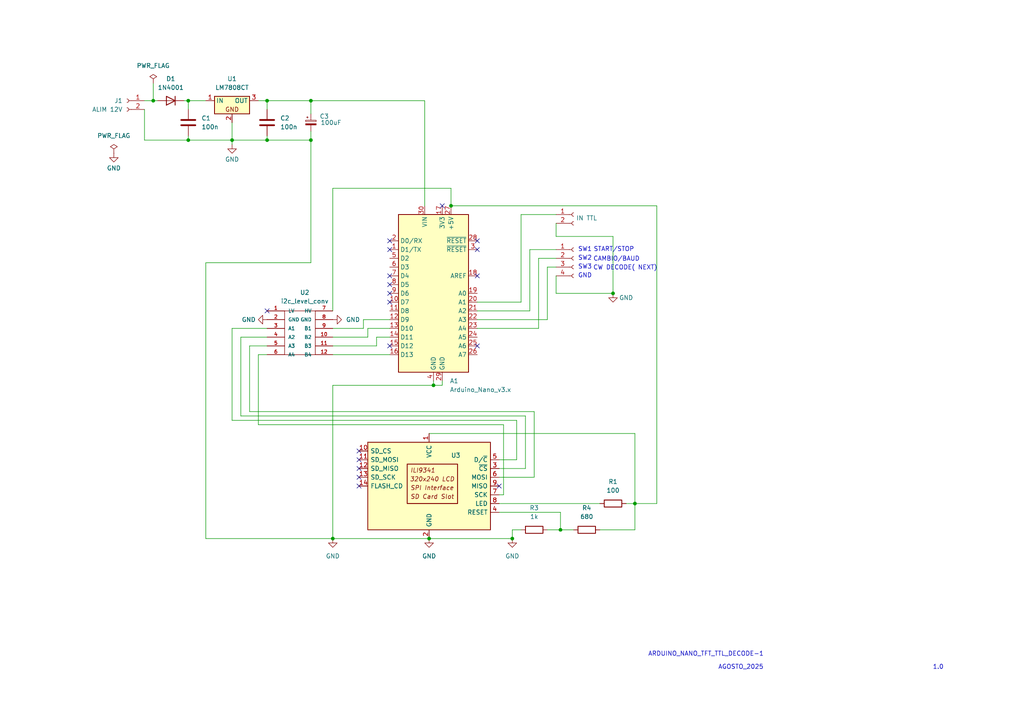
<source format=kicad_sch>
(kicad_sch
	(version 20250114)
	(generator "eeschema")
	(generator_version "9.0")
	(uuid "6e93c7e1-6a4f-4c56-97fd-14e4acfa6dfe")
	(paper "A4")
	(lib_symbols
		(symbol "Connector:Conn_01x02_Socket"
			(pin_names
				(offset 1.016)
				(hide yes)
			)
			(exclude_from_sim no)
			(in_bom yes)
			(on_board yes)
			(property "Reference" "J"
				(at 0 2.54 0)
				(effects
					(font
						(size 1.27 1.27)
					)
				)
			)
			(property "Value" "Conn_01x02_Socket"
				(at 0 -5.08 0)
				(effects
					(font
						(size 1.27 1.27)
					)
				)
			)
			(property "Footprint" ""
				(at 0 0 0)
				(effects
					(font
						(size 1.27 1.27)
					)
					(hide yes)
				)
			)
			(property "Datasheet" "~"
				(at 0 0 0)
				(effects
					(font
						(size 1.27 1.27)
					)
					(hide yes)
				)
			)
			(property "Description" "Generic connector, single row, 01x02, script generated"
				(at 0 0 0)
				(effects
					(font
						(size 1.27 1.27)
					)
					(hide yes)
				)
			)
			(property "ki_locked" ""
				(at 0 0 0)
				(effects
					(font
						(size 1.27 1.27)
					)
				)
			)
			(property "ki_keywords" "connector"
				(at 0 0 0)
				(effects
					(font
						(size 1.27 1.27)
					)
					(hide yes)
				)
			)
			(property "ki_fp_filters" "Connector*:*_1x??_*"
				(at 0 0 0)
				(effects
					(font
						(size 1.27 1.27)
					)
					(hide yes)
				)
			)
			(symbol "Conn_01x02_Socket_1_1"
				(polyline
					(pts
						(xy -1.27 0) (xy -0.508 0)
					)
					(stroke
						(width 0.1524)
						(type default)
					)
					(fill
						(type none)
					)
				)
				(polyline
					(pts
						(xy -1.27 -2.54) (xy -0.508 -2.54)
					)
					(stroke
						(width 0.1524)
						(type default)
					)
					(fill
						(type none)
					)
				)
				(arc
					(start 0 -0.508)
					(mid -0.5058 0)
					(end 0 0.508)
					(stroke
						(width 0.1524)
						(type default)
					)
					(fill
						(type none)
					)
				)
				(arc
					(start 0 -3.048)
					(mid -0.5058 -2.54)
					(end 0 -2.032)
					(stroke
						(width 0.1524)
						(type default)
					)
					(fill
						(type none)
					)
				)
				(pin passive line
					(at -5.08 0 0)
					(length 3.81)
					(name "Pin_1"
						(effects
							(font
								(size 1.27 1.27)
							)
						)
					)
					(number "1"
						(effects
							(font
								(size 1.27 1.27)
							)
						)
					)
				)
				(pin passive line
					(at -5.08 -2.54 0)
					(length 3.81)
					(name "Pin_2"
						(effects
							(font
								(size 1.27 1.27)
							)
						)
					)
					(number "2"
						(effects
							(font
								(size 1.27 1.27)
							)
						)
					)
				)
			)
			(embedded_fonts no)
		)
		(symbol "Connector:Conn_01x04_Socket"
			(pin_names
				(offset 1.016)
				(hide yes)
			)
			(exclude_from_sim no)
			(in_bom yes)
			(on_board yes)
			(property "Reference" "J"
				(at 0 5.08 0)
				(effects
					(font
						(size 1.27 1.27)
					)
				)
			)
			(property "Value" "Conn_01x04_Socket"
				(at 0 -7.62 0)
				(effects
					(font
						(size 1.27 1.27)
					)
				)
			)
			(property "Footprint" ""
				(at 0 0 0)
				(effects
					(font
						(size 1.27 1.27)
					)
					(hide yes)
				)
			)
			(property "Datasheet" "~"
				(at 0 0 0)
				(effects
					(font
						(size 1.27 1.27)
					)
					(hide yes)
				)
			)
			(property "Description" "Generic connector, single row, 01x04, script generated"
				(at 0 0 0)
				(effects
					(font
						(size 1.27 1.27)
					)
					(hide yes)
				)
			)
			(property "ki_locked" ""
				(at 0 0 0)
				(effects
					(font
						(size 1.27 1.27)
					)
				)
			)
			(property "ki_keywords" "connector"
				(at 0 0 0)
				(effects
					(font
						(size 1.27 1.27)
					)
					(hide yes)
				)
			)
			(property "ki_fp_filters" "Connector*:*_1x??_*"
				(at 0 0 0)
				(effects
					(font
						(size 1.27 1.27)
					)
					(hide yes)
				)
			)
			(symbol "Conn_01x04_Socket_1_1"
				(polyline
					(pts
						(xy -1.27 2.54) (xy -0.508 2.54)
					)
					(stroke
						(width 0.1524)
						(type default)
					)
					(fill
						(type none)
					)
				)
				(polyline
					(pts
						(xy -1.27 0) (xy -0.508 0)
					)
					(stroke
						(width 0.1524)
						(type default)
					)
					(fill
						(type none)
					)
				)
				(polyline
					(pts
						(xy -1.27 -2.54) (xy -0.508 -2.54)
					)
					(stroke
						(width 0.1524)
						(type default)
					)
					(fill
						(type none)
					)
				)
				(polyline
					(pts
						(xy -1.27 -5.08) (xy -0.508 -5.08)
					)
					(stroke
						(width 0.1524)
						(type default)
					)
					(fill
						(type none)
					)
				)
				(arc
					(start 0 2.032)
					(mid -0.5058 2.54)
					(end 0 3.048)
					(stroke
						(width 0.1524)
						(type default)
					)
					(fill
						(type none)
					)
				)
				(arc
					(start 0 -0.508)
					(mid -0.5058 0)
					(end 0 0.508)
					(stroke
						(width 0.1524)
						(type default)
					)
					(fill
						(type none)
					)
				)
				(arc
					(start 0 -3.048)
					(mid -0.5058 -2.54)
					(end 0 -2.032)
					(stroke
						(width 0.1524)
						(type default)
					)
					(fill
						(type none)
					)
				)
				(arc
					(start 0 -5.588)
					(mid -0.5058 -5.08)
					(end 0 -4.572)
					(stroke
						(width 0.1524)
						(type default)
					)
					(fill
						(type none)
					)
				)
				(pin passive line
					(at -5.08 2.54 0)
					(length 3.81)
					(name "Pin_1"
						(effects
							(font
								(size 1.27 1.27)
							)
						)
					)
					(number "1"
						(effects
							(font
								(size 1.27 1.27)
							)
						)
					)
				)
				(pin passive line
					(at -5.08 0 0)
					(length 3.81)
					(name "Pin_2"
						(effects
							(font
								(size 1.27 1.27)
							)
						)
					)
					(number "2"
						(effects
							(font
								(size 1.27 1.27)
							)
						)
					)
				)
				(pin passive line
					(at -5.08 -2.54 0)
					(length 3.81)
					(name "Pin_3"
						(effects
							(font
								(size 1.27 1.27)
							)
						)
					)
					(number "3"
						(effects
							(font
								(size 1.27 1.27)
							)
						)
					)
				)
				(pin passive line
					(at -5.08 -5.08 0)
					(length 3.81)
					(name "Pin_4"
						(effects
							(font
								(size 1.27 1.27)
							)
						)
					)
					(number "4"
						(effects
							(font
								(size 1.27 1.27)
							)
						)
					)
				)
			)
			(embedded_fonts no)
		)
		(symbol "Device:C"
			(pin_numbers
				(hide yes)
			)
			(pin_names
				(offset 0.254)
			)
			(exclude_from_sim no)
			(in_bom yes)
			(on_board yes)
			(property "Reference" "C"
				(at 0.635 2.54 0)
				(effects
					(font
						(size 1.27 1.27)
					)
					(justify left)
				)
			)
			(property "Value" "C"
				(at 0.635 -2.54 0)
				(effects
					(font
						(size 1.27 1.27)
					)
					(justify left)
				)
			)
			(property "Footprint" ""
				(at 0.9652 -3.81 0)
				(effects
					(font
						(size 1.27 1.27)
					)
					(hide yes)
				)
			)
			(property "Datasheet" "~"
				(at 0 0 0)
				(effects
					(font
						(size 1.27 1.27)
					)
					(hide yes)
				)
			)
			(property "Description" "Unpolarized capacitor"
				(at 0 0 0)
				(effects
					(font
						(size 1.27 1.27)
					)
					(hide yes)
				)
			)
			(property "ki_keywords" "cap capacitor"
				(at 0 0 0)
				(effects
					(font
						(size 1.27 1.27)
					)
					(hide yes)
				)
			)
			(property "ki_fp_filters" "C_*"
				(at 0 0 0)
				(effects
					(font
						(size 1.27 1.27)
					)
					(hide yes)
				)
			)
			(symbol "C_0_1"
				(polyline
					(pts
						(xy -2.032 0.762) (xy 2.032 0.762)
					)
					(stroke
						(width 0.508)
						(type default)
					)
					(fill
						(type none)
					)
				)
				(polyline
					(pts
						(xy -2.032 -0.762) (xy 2.032 -0.762)
					)
					(stroke
						(width 0.508)
						(type default)
					)
					(fill
						(type none)
					)
				)
			)
			(symbol "C_1_1"
				(pin passive line
					(at 0 3.81 270)
					(length 2.794)
					(name "~"
						(effects
							(font
								(size 1.27 1.27)
							)
						)
					)
					(number "1"
						(effects
							(font
								(size 1.27 1.27)
							)
						)
					)
				)
				(pin passive line
					(at 0 -3.81 90)
					(length 2.794)
					(name "~"
						(effects
							(font
								(size 1.27 1.27)
							)
						)
					)
					(number "2"
						(effects
							(font
								(size 1.27 1.27)
							)
						)
					)
				)
			)
			(embedded_fonts no)
		)
		(symbol "Device:C_Polarized_Small"
			(pin_numbers
				(hide yes)
			)
			(pin_names
				(offset 0.254)
				(hide yes)
			)
			(exclude_from_sim no)
			(in_bom yes)
			(on_board yes)
			(property "Reference" "C"
				(at 0.254 1.778 0)
				(effects
					(font
						(size 1.27 1.27)
					)
					(justify left)
				)
			)
			(property "Value" "C_Polarized_Small"
				(at 0.254 -2.032 0)
				(effects
					(font
						(size 1.27 1.27)
					)
					(justify left)
				)
			)
			(property "Footprint" ""
				(at 0 0 0)
				(effects
					(font
						(size 1.27 1.27)
					)
					(hide yes)
				)
			)
			(property "Datasheet" "~"
				(at 0 0 0)
				(effects
					(font
						(size 1.27 1.27)
					)
					(hide yes)
				)
			)
			(property "Description" "Polarized capacitor, small symbol"
				(at 0 0 0)
				(effects
					(font
						(size 1.27 1.27)
					)
					(hide yes)
				)
			)
			(property "ki_keywords" "cap capacitor"
				(at 0 0 0)
				(effects
					(font
						(size 1.27 1.27)
					)
					(hide yes)
				)
			)
			(property "ki_fp_filters" "CP_*"
				(at 0 0 0)
				(effects
					(font
						(size 1.27 1.27)
					)
					(hide yes)
				)
			)
			(symbol "C_Polarized_Small_0_1"
				(rectangle
					(start -1.524 0.6858)
					(end 1.524 0.3048)
					(stroke
						(width 0)
						(type default)
					)
					(fill
						(type none)
					)
				)
				(rectangle
					(start -1.524 -0.3048)
					(end 1.524 -0.6858)
					(stroke
						(width 0)
						(type default)
					)
					(fill
						(type outline)
					)
				)
				(polyline
					(pts
						(xy -1.27 1.524) (xy -0.762 1.524)
					)
					(stroke
						(width 0)
						(type default)
					)
					(fill
						(type none)
					)
				)
				(polyline
					(pts
						(xy -1.016 1.27) (xy -1.016 1.778)
					)
					(stroke
						(width 0)
						(type default)
					)
					(fill
						(type none)
					)
				)
			)
			(symbol "C_Polarized_Small_1_1"
				(pin passive line
					(at 0 2.54 270)
					(length 1.8542)
					(name "~"
						(effects
							(font
								(size 1.27 1.27)
							)
						)
					)
					(number "1"
						(effects
							(font
								(size 1.27 1.27)
							)
						)
					)
				)
				(pin passive line
					(at 0 -2.54 90)
					(length 1.8542)
					(name "~"
						(effects
							(font
								(size 1.27 1.27)
							)
						)
					)
					(number "2"
						(effects
							(font
								(size 1.27 1.27)
							)
						)
					)
				)
			)
			(embedded_fonts no)
		)
		(symbol "Device:R"
			(pin_numbers
				(hide yes)
			)
			(pin_names
				(offset 0)
			)
			(exclude_from_sim no)
			(in_bom yes)
			(on_board yes)
			(property "Reference" "R"
				(at 2.032 0 90)
				(effects
					(font
						(size 1.27 1.27)
					)
				)
			)
			(property "Value" "R"
				(at 0 0 90)
				(effects
					(font
						(size 1.27 1.27)
					)
				)
			)
			(property "Footprint" ""
				(at -1.778 0 90)
				(effects
					(font
						(size 1.27 1.27)
					)
					(hide yes)
				)
			)
			(property "Datasheet" "~"
				(at 0 0 0)
				(effects
					(font
						(size 1.27 1.27)
					)
					(hide yes)
				)
			)
			(property "Description" "Resistor"
				(at 0 0 0)
				(effects
					(font
						(size 1.27 1.27)
					)
					(hide yes)
				)
			)
			(property "ki_keywords" "R res resistor"
				(at 0 0 0)
				(effects
					(font
						(size 1.27 1.27)
					)
					(hide yes)
				)
			)
			(property "ki_fp_filters" "R_*"
				(at 0 0 0)
				(effects
					(font
						(size 1.27 1.27)
					)
					(hide yes)
				)
			)
			(symbol "R_0_1"
				(rectangle
					(start -1.016 -2.54)
					(end 1.016 2.54)
					(stroke
						(width 0.254)
						(type default)
					)
					(fill
						(type none)
					)
				)
			)
			(symbol "R_1_1"
				(pin passive line
					(at 0 3.81 270)
					(length 1.27)
					(name "~"
						(effects
							(font
								(size 1.27 1.27)
							)
						)
					)
					(number "1"
						(effects
							(font
								(size 1.27 1.27)
							)
						)
					)
				)
				(pin passive line
					(at 0 -3.81 90)
					(length 1.27)
					(name "~"
						(effects
							(font
								(size 1.27 1.27)
							)
						)
					)
					(number "2"
						(effects
							(font
								(size 1.27 1.27)
							)
						)
					)
				)
			)
			(embedded_fonts no)
		)
		(symbol "Diode:1N4001"
			(pin_numbers
				(hide yes)
			)
			(pin_names
				(hide yes)
			)
			(exclude_from_sim no)
			(in_bom yes)
			(on_board yes)
			(property "Reference" "D"
				(at 0 2.54 0)
				(effects
					(font
						(size 1.27 1.27)
					)
				)
			)
			(property "Value" "1N4001"
				(at 0 -2.54 0)
				(effects
					(font
						(size 1.27 1.27)
					)
				)
			)
			(property "Footprint" "Diode_THT:D_DO-41_SOD81_P10.16mm_Horizontal"
				(at 0 0 0)
				(effects
					(font
						(size 1.27 1.27)
					)
					(hide yes)
				)
			)
			(property "Datasheet" "http://www.vishay.com/docs/88503/1n4001.pdf"
				(at 0 0 0)
				(effects
					(font
						(size 1.27 1.27)
					)
					(hide yes)
				)
			)
			(property "Description" "50V 1A General Purpose Rectifier Diode, DO-41"
				(at 0 0 0)
				(effects
					(font
						(size 1.27 1.27)
					)
					(hide yes)
				)
			)
			(property "Sim.Device" "D"
				(at 0 0 0)
				(effects
					(font
						(size 1.27 1.27)
					)
					(hide yes)
				)
			)
			(property "Sim.Pins" "1=K 2=A"
				(at 0 0 0)
				(effects
					(font
						(size 1.27 1.27)
					)
					(hide yes)
				)
			)
			(property "ki_keywords" "diode"
				(at 0 0 0)
				(effects
					(font
						(size 1.27 1.27)
					)
					(hide yes)
				)
			)
			(property "ki_fp_filters" "D*DO?41*"
				(at 0 0 0)
				(effects
					(font
						(size 1.27 1.27)
					)
					(hide yes)
				)
			)
			(symbol "1N4001_0_1"
				(polyline
					(pts
						(xy -1.27 1.27) (xy -1.27 -1.27)
					)
					(stroke
						(width 0.254)
						(type default)
					)
					(fill
						(type none)
					)
				)
				(polyline
					(pts
						(xy 1.27 1.27) (xy 1.27 -1.27) (xy -1.27 0) (xy 1.27 1.27)
					)
					(stroke
						(width 0.254)
						(type default)
					)
					(fill
						(type none)
					)
				)
				(polyline
					(pts
						(xy 1.27 0) (xy -1.27 0)
					)
					(stroke
						(width 0)
						(type default)
					)
					(fill
						(type none)
					)
				)
			)
			(symbol "1N4001_1_1"
				(pin passive line
					(at -3.81 0 0)
					(length 2.54)
					(name "K"
						(effects
							(font
								(size 1.27 1.27)
							)
						)
					)
					(number "1"
						(effects
							(font
								(size 1.27 1.27)
							)
						)
					)
				)
				(pin passive line
					(at 3.81 0 180)
					(length 2.54)
					(name "A"
						(effects
							(font
								(size 1.27 1.27)
							)
						)
					)
					(number "2"
						(effects
							(font
								(size 1.27 1.27)
							)
						)
					)
				)
			)
			(embedded_fonts no)
		)
		(symbol "Driver_Display:CR2013-MI2120"
			(pin_names
				(offset 0.762)
			)
			(exclude_from_sim no)
			(in_bom yes)
			(on_board yes)
			(property "Reference" "U"
				(at -17.526 13.97 0)
				(effects
					(font
						(size 1.27 1.27)
					)
					(justify left)
				)
			)
			(property "Value" "CR2013-MI2120"
				(at 1.905 13.97 0)
				(effects
					(font
						(size 1.27 1.27)
					)
					(justify left)
				)
			)
			(property "Footprint" "Display:CR2013-MI2120"
				(at 0 -17.78 0)
				(effects
					(font
						(size 1.27 1.27)
					)
					(hide yes)
				)
			)
			(property "Datasheet" "http://pan.baidu.com/s/11Y990"
				(at -16.51 12.7 0)
				(effects
					(font
						(size 1.27 1.27)
					)
					(hide yes)
				)
			)
			(property "Description" "ILI9341 controller, SPI TFT LCD Display, 9-pin breakout PCB, 4-pin SD card interface, 5V/3.3V"
				(at 0 0 0)
				(effects
					(font
						(size 1.27 1.27)
					)
					(hide yes)
				)
			)
			(property "ki_keywords" "driver display"
				(at 0 0 0)
				(effects
					(font
						(size 1.27 1.27)
					)
					(hide yes)
				)
			)
			(property "ki_fp_filters" "*CR2013*MI2120*"
				(at 0 0 0)
				(effects
					(font
						(size 1.27 1.27)
					)
					(hide yes)
				)
			)
			(symbol "CR2013-MI2120_0_0"
				(text "ILI9341"
					(at -5.461 4.572 0)
					(effects
						(font
							(size 1.27 1.27)
							(italic yes)
						)
						(justify left)
					)
				)
				(text "SPI Interface"
					(at -5.461 -0.508 0)
					(effects
						(font
							(size 1.27 1.27)
							(italic yes)
						)
						(justify left)
					)
				)
				(text "SD Card Slot"
					(at -5.461 -3.048 0)
					(effects
						(font
							(size 1.27 1.27)
							(italic yes)
						)
						(justify left)
					)
				)
				(text "320x240 LCD"
					(at 0.889 2.032 0)
					(effects
						(font
							(size 1.27 1.27)
							(italic yes)
						)
					)
				)
			)
			(symbol "CR2013-MI2120_0_1"
				(rectangle
					(start -17.78 12.7)
					(end 17.78 -12.7)
					(stroke
						(width 0.254)
						(type default)
					)
					(fill
						(type background)
					)
				)
				(rectangle
					(start -6.35 6.35)
					(end 8.255 -5.08)
					(stroke
						(width 0.254)
						(type default)
					)
					(fill
						(type none)
					)
				)
			)
			(symbol "CR2013-MI2120_1_1"
				(pin input line
					(at -20.32 10.16 0)
					(length 2.54)
					(name "SD_CS"
						(effects
							(font
								(size 1.27 1.27)
							)
						)
					)
					(number "10"
						(effects
							(font
								(size 1.27 1.27)
							)
						)
					)
				)
				(pin input line
					(at -20.32 7.62 0)
					(length 2.54)
					(name "SD_MOSI"
						(effects
							(font
								(size 1.27 1.27)
							)
						)
					)
					(number "11"
						(effects
							(font
								(size 1.27 1.27)
							)
						)
					)
				)
				(pin output line
					(at -20.32 5.08 0)
					(length 2.54)
					(name "SD_MISO"
						(effects
							(font
								(size 1.27 1.27)
							)
						)
					)
					(number "12"
						(effects
							(font
								(size 1.27 1.27)
							)
						)
					)
				)
				(pin input line
					(at -20.32 2.54 0)
					(length 2.54)
					(name "SD_SCK"
						(effects
							(font
								(size 1.27 1.27)
							)
						)
					)
					(number "13"
						(effects
							(font
								(size 1.27 1.27)
							)
						)
					)
				)
				(pin input line
					(at -20.32 0 0)
					(length 2.54)
					(name "FLASH_CD"
						(effects
							(font
								(size 1.27 1.27)
							)
						)
					)
					(number "14"
						(effects
							(font
								(size 1.27 1.27)
							)
						)
					)
				)
				(pin power_in line
					(at 0 15.24 270)
					(length 2.54)
					(name "VCC"
						(effects
							(font
								(size 1.27 1.27)
							)
						)
					)
					(number "1"
						(effects
							(font
								(size 1.27 1.27)
							)
						)
					)
				)
				(pin power_in line
					(at 0 -15.24 90)
					(length 2.54)
					(name "GND"
						(effects
							(font
								(size 1.27 1.27)
							)
						)
					)
					(number "2"
						(effects
							(font
								(size 1.27 1.27)
							)
						)
					)
				)
				(pin input line
					(at 20.32 7.62 180)
					(length 2.54)
					(name "D/~{C}"
						(effects
							(font
								(size 1.27 1.27)
							)
						)
					)
					(number "5"
						(effects
							(font
								(size 1.27 1.27)
							)
						)
					)
				)
				(pin input line
					(at 20.32 5.08 180)
					(length 2.54)
					(name "~{CS}"
						(effects
							(font
								(size 1.27 1.27)
							)
						)
					)
					(number "3"
						(effects
							(font
								(size 1.27 1.27)
							)
						)
					)
				)
				(pin input line
					(at 20.32 2.54 180)
					(length 2.54)
					(name "MOSI"
						(effects
							(font
								(size 1.27 1.27)
							)
						)
					)
					(number "6"
						(effects
							(font
								(size 1.27 1.27)
							)
						)
					)
				)
				(pin output line
					(at 20.32 0 180)
					(length 2.54)
					(name "MISO"
						(effects
							(font
								(size 1.27 1.27)
							)
						)
					)
					(number "9"
						(effects
							(font
								(size 1.27 1.27)
							)
						)
					)
				)
				(pin input line
					(at 20.32 -2.54 180)
					(length 2.54)
					(name "SCK"
						(effects
							(font
								(size 1.27 1.27)
							)
						)
					)
					(number "7"
						(effects
							(font
								(size 1.27 1.27)
							)
						)
					)
				)
				(pin input line
					(at 20.32 -5.08 180)
					(length 2.54)
					(name "LED"
						(effects
							(font
								(size 1.27 1.27)
							)
						)
					)
					(number "8"
						(effects
							(font
								(size 1.27 1.27)
							)
						)
					)
				)
				(pin input line
					(at 20.32 -7.62 180)
					(length 2.54)
					(name "RESET"
						(effects
							(font
								(size 1.27 1.27)
							)
						)
					)
					(number "4"
						(effects
							(font
								(size 1.27 1.27)
							)
						)
					)
				)
			)
			(embedded_fonts no)
		)
		(symbol "GND_1"
			(power)
			(pin_numbers
				(hide yes)
			)
			(pin_names
				(offset 0)
				(hide yes)
			)
			(exclude_from_sim no)
			(in_bom yes)
			(on_board yes)
			(property "Reference" "#PWR"
				(at 0 -6.35 0)
				(effects
					(font
						(size 1.27 1.27)
					)
					(hide yes)
				)
			)
			(property "Value" "GND"
				(at 0 -3.81 0)
				(effects
					(font
						(size 1.27 1.27)
					)
				)
			)
			(property "Footprint" ""
				(at 0 0 0)
				(effects
					(font
						(size 1.27 1.27)
					)
					(hide yes)
				)
			)
			(property "Datasheet" ""
				(at 0 0 0)
				(effects
					(font
						(size 1.27 1.27)
					)
					(hide yes)
				)
			)
			(property "Description" "Power symbol creates a global label with name \"GND\" , ground"
				(at 0 0 0)
				(effects
					(font
						(size 1.27 1.27)
					)
					(hide yes)
				)
			)
			(property "ki_keywords" "global power"
				(at 0 0 0)
				(effects
					(font
						(size 1.27 1.27)
					)
					(hide yes)
				)
			)
			(symbol "GND_1_0_1"
				(polyline
					(pts
						(xy 0 0) (xy 0 -1.27) (xy 1.27 -1.27) (xy 0 -2.54) (xy -1.27 -1.27) (xy 0 -1.27)
					)
					(stroke
						(width 0)
						(type default)
					)
					(fill
						(type none)
					)
				)
			)
			(symbol "GND_1_1_1"
				(pin power_in line
					(at 0 0 270)
					(length 0)
					(name "~"
						(effects
							(font
								(size 1.27 1.27)
							)
						)
					)
					(number "1"
						(effects
							(font
								(size 1.27 1.27)
							)
						)
					)
				)
			)
			(embedded_fonts no)
		)
		(symbol "GND_2"
			(power)
			(pin_numbers
				(hide yes)
			)
			(pin_names
				(offset 0)
				(hide yes)
			)
			(exclude_from_sim no)
			(in_bom yes)
			(on_board yes)
			(property "Reference" "#PWR"
				(at 0 -6.35 0)
				(effects
					(font
						(size 1.27 1.27)
					)
					(hide yes)
				)
			)
			(property "Value" "GND"
				(at 0 -3.81 0)
				(effects
					(font
						(size 1.27 1.27)
					)
				)
			)
			(property "Footprint" ""
				(at 0 0 0)
				(effects
					(font
						(size 1.27 1.27)
					)
					(hide yes)
				)
			)
			(property "Datasheet" ""
				(at 0 0 0)
				(effects
					(font
						(size 1.27 1.27)
					)
					(hide yes)
				)
			)
			(property "Description" "Power symbol creates a global label with name \"GND\" , ground"
				(at 0 0 0)
				(effects
					(font
						(size 1.27 1.27)
					)
					(hide yes)
				)
			)
			(property "ki_keywords" "global power"
				(at 0 0 0)
				(effects
					(font
						(size 1.27 1.27)
					)
					(hide yes)
				)
			)
			(symbol "GND_2_0_1"
				(polyline
					(pts
						(xy 0 0) (xy 0 -1.27) (xy 1.27 -1.27) (xy 0 -2.54) (xy -1.27 -1.27) (xy 0 -1.27)
					)
					(stroke
						(width 0)
						(type default)
					)
					(fill
						(type none)
					)
				)
			)
			(symbol "GND_2_1_1"
				(pin power_in line
					(at 0 0 270)
					(length 0)
					(name "~"
						(effects
							(font
								(size 1.27 1.27)
							)
						)
					)
					(number "1"
						(effects
							(font
								(size 1.27 1.27)
							)
						)
					)
				)
			)
			(embedded_fonts no)
		)
		(symbol "MCU_Module:Arduino_Nano_v3.x"
			(exclude_from_sim no)
			(in_bom yes)
			(on_board yes)
			(property "Reference" "A"
				(at -10.16 23.495 0)
				(effects
					(font
						(size 1.27 1.27)
					)
					(justify left bottom)
				)
			)
			(property "Value" "Arduino_Nano_v3.x"
				(at 5.08 -24.13 0)
				(effects
					(font
						(size 1.27 1.27)
					)
					(justify left top)
				)
			)
			(property "Footprint" "Module:Arduino_Nano"
				(at 0 0 0)
				(effects
					(font
						(size 1.27 1.27)
						(italic yes)
					)
					(hide yes)
				)
			)
			(property "Datasheet" "http://www.mouser.com/pdfdocs/Gravitech_Arduino_Nano3_0.pdf"
				(at 0 0 0)
				(effects
					(font
						(size 1.27 1.27)
					)
					(hide yes)
				)
			)
			(property "Description" "Arduino Nano v3.x"
				(at 0 0 0)
				(effects
					(font
						(size 1.27 1.27)
					)
					(hide yes)
				)
			)
			(property "ki_keywords" "Arduino nano microcontroller module USB"
				(at 0 0 0)
				(effects
					(font
						(size 1.27 1.27)
					)
					(hide yes)
				)
			)
			(property "ki_fp_filters" "Arduino*Nano*"
				(at 0 0 0)
				(effects
					(font
						(size 1.27 1.27)
					)
					(hide yes)
				)
			)
			(symbol "Arduino_Nano_v3.x_0_1"
				(rectangle
					(start -10.16 22.86)
					(end 10.16 -22.86)
					(stroke
						(width 0.254)
						(type default)
					)
					(fill
						(type background)
					)
				)
			)
			(symbol "Arduino_Nano_v3.x_1_1"
				(pin bidirectional line
					(at -12.7 15.24 0)
					(length 2.54)
					(name "D0/RX"
						(effects
							(font
								(size 1.27 1.27)
							)
						)
					)
					(number "2"
						(effects
							(font
								(size 1.27 1.27)
							)
						)
					)
				)
				(pin bidirectional line
					(at -12.7 12.7 0)
					(length 2.54)
					(name "D1/TX"
						(effects
							(font
								(size 1.27 1.27)
							)
						)
					)
					(number "1"
						(effects
							(font
								(size 1.27 1.27)
							)
						)
					)
				)
				(pin bidirectional line
					(at -12.7 10.16 0)
					(length 2.54)
					(name "D2"
						(effects
							(font
								(size 1.27 1.27)
							)
						)
					)
					(number "5"
						(effects
							(font
								(size 1.27 1.27)
							)
						)
					)
				)
				(pin bidirectional line
					(at -12.7 7.62 0)
					(length 2.54)
					(name "D3"
						(effects
							(font
								(size 1.27 1.27)
							)
						)
					)
					(number "6"
						(effects
							(font
								(size 1.27 1.27)
							)
						)
					)
				)
				(pin bidirectional line
					(at -12.7 5.08 0)
					(length 2.54)
					(name "D4"
						(effects
							(font
								(size 1.27 1.27)
							)
						)
					)
					(number "7"
						(effects
							(font
								(size 1.27 1.27)
							)
						)
					)
				)
				(pin bidirectional line
					(at -12.7 2.54 0)
					(length 2.54)
					(name "D5"
						(effects
							(font
								(size 1.27 1.27)
							)
						)
					)
					(number "8"
						(effects
							(font
								(size 1.27 1.27)
							)
						)
					)
				)
				(pin bidirectional line
					(at -12.7 0 0)
					(length 2.54)
					(name "D6"
						(effects
							(font
								(size 1.27 1.27)
							)
						)
					)
					(number "9"
						(effects
							(font
								(size 1.27 1.27)
							)
						)
					)
				)
				(pin bidirectional line
					(at -12.7 -2.54 0)
					(length 2.54)
					(name "D7"
						(effects
							(font
								(size 1.27 1.27)
							)
						)
					)
					(number "10"
						(effects
							(font
								(size 1.27 1.27)
							)
						)
					)
				)
				(pin bidirectional line
					(at -12.7 -5.08 0)
					(length 2.54)
					(name "D8"
						(effects
							(font
								(size 1.27 1.27)
							)
						)
					)
					(number "11"
						(effects
							(font
								(size 1.27 1.27)
							)
						)
					)
				)
				(pin bidirectional line
					(at -12.7 -7.62 0)
					(length 2.54)
					(name "D9"
						(effects
							(font
								(size 1.27 1.27)
							)
						)
					)
					(number "12"
						(effects
							(font
								(size 1.27 1.27)
							)
						)
					)
				)
				(pin bidirectional line
					(at -12.7 -10.16 0)
					(length 2.54)
					(name "D10"
						(effects
							(font
								(size 1.27 1.27)
							)
						)
					)
					(number "13"
						(effects
							(font
								(size 1.27 1.27)
							)
						)
					)
				)
				(pin bidirectional line
					(at -12.7 -12.7 0)
					(length 2.54)
					(name "D11"
						(effects
							(font
								(size 1.27 1.27)
							)
						)
					)
					(number "14"
						(effects
							(font
								(size 1.27 1.27)
							)
						)
					)
				)
				(pin bidirectional line
					(at -12.7 -15.24 0)
					(length 2.54)
					(name "D12"
						(effects
							(font
								(size 1.27 1.27)
							)
						)
					)
					(number "15"
						(effects
							(font
								(size 1.27 1.27)
							)
						)
					)
				)
				(pin bidirectional line
					(at -12.7 -17.78 0)
					(length 2.54)
					(name "D13"
						(effects
							(font
								(size 1.27 1.27)
							)
						)
					)
					(number "16"
						(effects
							(font
								(size 1.27 1.27)
							)
						)
					)
				)
				(pin power_in line
					(at -2.54 25.4 270)
					(length 2.54)
					(name "VIN"
						(effects
							(font
								(size 1.27 1.27)
							)
						)
					)
					(number "30"
						(effects
							(font
								(size 1.27 1.27)
							)
						)
					)
				)
				(pin power_in line
					(at 0 -25.4 90)
					(length 2.54)
					(name "GND"
						(effects
							(font
								(size 1.27 1.27)
							)
						)
					)
					(number "4"
						(effects
							(font
								(size 1.27 1.27)
							)
						)
					)
				)
				(pin power_out line
					(at 2.54 25.4 270)
					(length 2.54)
					(name "3V3"
						(effects
							(font
								(size 1.27 1.27)
							)
						)
					)
					(number "17"
						(effects
							(font
								(size 1.27 1.27)
							)
						)
					)
				)
				(pin power_in line
					(at 2.54 -25.4 90)
					(length 2.54)
					(name "GND"
						(effects
							(font
								(size 1.27 1.27)
							)
						)
					)
					(number "29"
						(effects
							(font
								(size 1.27 1.27)
							)
						)
					)
				)
				(pin power_out line
					(at 5.08 25.4 270)
					(length 2.54)
					(name "+5V"
						(effects
							(font
								(size 1.27 1.27)
							)
						)
					)
					(number "27"
						(effects
							(font
								(size 1.27 1.27)
							)
						)
					)
				)
				(pin input line
					(at 12.7 15.24 180)
					(length 2.54)
					(name "~{RESET}"
						(effects
							(font
								(size 1.27 1.27)
							)
						)
					)
					(number "28"
						(effects
							(font
								(size 1.27 1.27)
							)
						)
					)
				)
				(pin input line
					(at 12.7 12.7 180)
					(length 2.54)
					(name "~{RESET}"
						(effects
							(font
								(size 1.27 1.27)
							)
						)
					)
					(number "3"
						(effects
							(font
								(size 1.27 1.27)
							)
						)
					)
				)
				(pin input line
					(at 12.7 5.08 180)
					(length 2.54)
					(name "AREF"
						(effects
							(font
								(size 1.27 1.27)
							)
						)
					)
					(number "18"
						(effects
							(font
								(size 1.27 1.27)
							)
						)
					)
				)
				(pin bidirectional line
					(at 12.7 0 180)
					(length 2.54)
					(name "A0"
						(effects
							(font
								(size 1.27 1.27)
							)
						)
					)
					(number "19"
						(effects
							(font
								(size 1.27 1.27)
							)
						)
					)
				)
				(pin bidirectional line
					(at 12.7 -2.54 180)
					(length 2.54)
					(name "A1"
						(effects
							(font
								(size 1.27 1.27)
							)
						)
					)
					(number "20"
						(effects
							(font
								(size 1.27 1.27)
							)
						)
					)
				)
				(pin bidirectional line
					(at 12.7 -5.08 180)
					(length 2.54)
					(name "A2"
						(effects
							(font
								(size 1.27 1.27)
							)
						)
					)
					(number "21"
						(effects
							(font
								(size 1.27 1.27)
							)
						)
					)
				)
				(pin bidirectional line
					(at 12.7 -7.62 180)
					(length 2.54)
					(name "A3"
						(effects
							(font
								(size 1.27 1.27)
							)
						)
					)
					(number "22"
						(effects
							(font
								(size 1.27 1.27)
							)
						)
					)
				)
				(pin bidirectional line
					(at 12.7 -10.16 180)
					(length 2.54)
					(name "A4"
						(effects
							(font
								(size 1.27 1.27)
							)
						)
					)
					(number "23"
						(effects
							(font
								(size 1.27 1.27)
							)
						)
					)
				)
				(pin bidirectional line
					(at 12.7 -12.7 180)
					(length 2.54)
					(name "A5"
						(effects
							(font
								(size 1.27 1.27)
							)
						)
					)
					(number "24"
						(effects
							(font
								(size 1.27 1.27)
							)
						)
					)
				)
				(pin bidirectional line
					(at 12.7 -15.24 180)
					(length 2.54)
					(name "A6"
						(effects
							(font
								(size 1.27 1.27)
							)
						)
					)
					(number "25"
						(effects
							(font
								(size 1.27 1.27)
							)
						)
					)
				)
				(pin bidirectional line
					(at 12.7 -17.78 180)
					(length 2.54)
					(name "A7"
						(effects
							(font
								(size 1.27 1.27)
							)
						)
					)
					(number "26"
						(effects
							(font
								(size 1.27 1.27)
							)
						)
					)
				)
			)
			(embedded_fonts no)
		)
		(symbol "PCM_Voltage_Regulator_AKL:LM7808CT"
			(exclude_from_sim no)
			(in_bom yes)
			(on_board yes)
			(property "Reference" "U"
				(at 0 6.35 0)
				(effects
					(font
						(size 1.27 1.27)
					)
				)
			)
			(property "Value" "LM7808CT"
				(at 0 3.81 0)
				(effects
					(font
						(size 1.27 1.27)
					)
				)
			)
			(property "Footprint" "PCM_Package_TO_SOT_THT_AKL:TO-220-3_Vertical"
				(at 0 0 0)
				(effects
					(font
						(size 1.27 1.27)
					)
					(hide yes)
				)
			)
			(property "Datasheet" "https://datasheet.octopart.com/LM7805CT-Fairchild-datasheet-5337151.pdf"
				(at 0 0 0)
				(effects
					(font
						(size 1.27 1.27)
					)
					(hide yes)
				)
			)
			(property "Description" "TO-220 8V 1A 3-terminal voltage regulator, Alternate KiCad Library"
				(at 0 0 0)
				(effects
					(font
						(size 1.27 1.27)
					)
					(hide yes)
				)
			)
			(property "ki_keywords" "7808 8V 1A voltage regulator vreg pmic power supply 3-terminal"
				(at 0 0 0)
				(effects
					(font
						(size 1.27 1.27)
					)
					(hide yes)
				)
			)
			(symbol "LM7808CT_0_0"
				(rectangle
					(start -5.08 1.27)
					(end 5.08 -3.81)
					(stroke
						(width 0.254)
						(type default)
					)
					(fill
						(type background)
					)
				)
				(text "GND"
					(at 0 -2.54 0)
					(effects
						(font
							(size 1.27 1.27)
						)
					)
				)
			)
			(symbol "LM7808CT_1_1"
				(pin power_in line
					(at -7.62 0 0)
					(length 2.54)
					(name "IN"
						(effects
							(font
								(size 1.27 1.27)
							)
						)
					)
					(number "1"
						(effects
							(font
								(size 1.27 1.27)
							)
						)
					)
				)
				(pin power_in line
					(at 0 -6.35 90)
					(length 2.54)
					(name "~"
						(effects
							(font
								(size 1.27 1.27)
							)
						)
					)
					(number "2"
						(effects
							(font
								(size 1.27 1.27)
							)
						)
					)
				)
				(pin power_out line
					(at 7.62 0 180)
					(length 2.54)
					(name "OUT"
						(effects
							(font
								(size 1.27 1.27)
							)
						)
					)
					(number "3"
						(effects
							(font
								(size 1.27 1.27)
							)
						)
					)
				)
			)
			(embedded_fonts no)
		)
		(symbol "i2c_lev_converter:bidirectioanl_logic_level_converter"
			(pin_names
				(offset 1.016)
			)
			(exclude_from_sim no)
			(in_bom yes)
			(on_board yes)
			(property "Reference" "U2"
				(at 2.032 12.954 0)
				(effects
					(font
						(size 1.27 1.27)
					)
				)
			)
			(property "Value" "i2c_level_conv"
				(at 2.032 10.414 0)
				(effects
					(font
						(size 1.27 1.27)
					)
				)
			)
			(property "Footprint" "i2c_lev_converter:IIC-I2C-LOGIC-LEVEL-CONVERTER-4CH"
				(at 0 7.7216 0)
				(effects
					(font
						(size 1.27 1.27)
					)
					(hide yes)
				)
			)
			(property "Datasheet" ""
				(at 0 2.6416 0)
				(effects
					(font
						(size 1.27 1.27)
					)
					(hide yes)
				)
			)
			(property "Description" ""
				(at 0 0 0)
				(effects
					(font
						(size 1.27 1.27)
					)
					(hide yes)
				)
			)
			(property "SuppliersPartNumber" ""
				(at 0 -2.4384 0)
				(effects
					(font
						(size 1.27 1.27)
					)
					(hide yes)
				)
			)
			(property "uuid" "std:8732e316278c471bbbb5828b581b4ce7"
				(at 0 -2.4384 0)
				(effects
					(font
						(size 1.27 1.27)
					)
					(hide yes)
				)
			)
			(symbol "bidirectioanl_logic_level_converter_1_1"
				(rectangle
					(start -3.81 7.62)
					(end 5.08 -5.08)
					(stroke
						(width 0.1524)
						(type solid)
					)
					(fill
						(type none)
					)
				)
				(pin input line
					(at -8.89 7.62 0)
					(length 5.08)
					(name "LV"
						(effects
							(font
								(size 1.016 1.016)
							)
						)
					)
					(number "1"
						(effects
							(font
								(size 1.016 1.016)
							)
						)
					)
				)
				(pin input line
					(at -8.89 5.08 0)
					(length 5.08)
					(name "GND"
						(effects
							(font
								(size 1.016 1.016)
							)
						)
					)
					(number "2"
						(effects
							(font
								(size 1.016 1.016)
							)
						)
					)
				)
				(pin input line
					(at -8.89 2.54 0)
					(length 5.08)
					(name "A1"
						(effects
							(font
								(size 1.016 1.016)
							)
						)
					)
					(number "3"
						(effects
							(font
								(size 1.016 1.016)
							)
						)
					)
				)
				(pin input line
					(at -8.89 0 0)
					(length 5.08)
					(name "A2"
						(effects
							(font
								(size 1.016 1.016)
							)
						)
					)
					(number "4"
						(effects
							(font
								(size 1.016 1.016)
							)
						)
					)
				)
				(pin input line
					(at -8.89 -2.54 0)
					(length 5.08)
					(name "A3"
						(effects
							(font
								(size 1.016 1.016)
							)
						)
					)
					(number "5"
						(effects
							(font
								(size 1.016 1.016)
							)
						)
					)
				)
				(pin input line
					(at -8.89 -5.08 0)
					(length 5.08)
					(name "A4"
						(effects
							(font
								(size 1.016 1.016)
							)
						)
					)
					(number "6"
						(effects
							(font
								(size 1.016 1.016)
							)
						)
					)
				)
				(pin input line
					(at 10.16 7.62 180)
					(length 5.08)
					(name "HV"
						(effects
							(font
								(size 1.016 1.016)
							)
						)
					)
					(number "7"
						(effects
							(font
								(size 1.016 1.016)
							)
						)
					)
				)
				(pin input line
					(at 10.16 5.08 180)
					(length 5.08)
					(name "GND"
						(effects
							(font
								(size 1.016 1.016)
							)
						)
					)
					(number "8"
						(effects
							(font
								(size 1.016 1.016)
							)
						)
					)
				)
				(pin input line
					(at 10.16 2.54 180)
					(length 5.08)
					(name "B1"
						(effects
							(font
								(size 1.016 1.016)
							)
						)
					)
					(number "9"
						(effects
							(font
								(size 1.016 1.016)
							)
						)
					)
				)
				(pin input line
					(at 10.16 0 180)
					(length 5.08)
					(name "B2"
						(effects
							(font
								(size 1.016 1.016)
							)
						)
					)
					(number "10"
						(effects
							(font
								(size 1.016 1.016)
							)
						)
					)
				)
				(pin input line
					(at 10.16 -2.54 180)
					(length 5.08)
					(name "B3"
						(effects
							(font
								(size 1.016 1.016)
							)
						)
					)
					(number "11"
						(effects
							(font
								(size 1.016 1.016)
							)
						)
					)
				)
				(pin input line
					(at 10.16 -5.08 180)
					(length 5.08)
					(name "B4"
						(effects
							(font
								(size 1.016 1.016)
							)
						)
					)
					(number "12"
						(effects
							(font
								(size 1.016 1.016)
							)
						)
					)
				)
			)
			(embedded_fonts no)
		)
		(symbol "power:GND"
			(power)
			(pin_names
				(offset 0)
			)
			(exclude_from_sim no)
			(in_bom yes)
			(on_board yes)
			(property "Reference" "#PWR"
				(at 0 -6.35 0)
				(effects
					(font
						(size 1.27 1.27)
					)
					(hide yes)
				)
			)
			(property "Value" "GND"
				(at 0 -3.81 0)
				(effects
					(font
						(size 1.27 1.27)
					)
				)
			)
			(property "Footprint" ""
				(at 0 0 0)
				(effects
					(font
						(size 1.27 1.27)
					)
					(hide yes)
				)
			)
			(property "Datasheet" ""
				(at 0 0 0)
				(effects
					(font
						(size 1.27 1.27)
					)
					(hide yes)
				)
			)
			(property "Description" "Power symbol creates a global label with name \"GND\" , ground"
				(at 0 0 0)
				(effects
					(font
						(size 1.27 1.27)
					)
					(hide yes)
				)
			)
			(property "ki_keywords" "global power"
				(at 0 0 0)
				(effects
					(font
						(size 1.27 1.27)
					)
					(hide yes)
				)
			)
			(symbol "GND_0_1"
				(polyline
					(pts
						(xy 0 0) (xy 0 -1.27) (xy 1.27 -1.27) (xy 0 -2.54) (xy -1.27 -1.27) (xy 0 -1.27)
					)
					(stroke
						(width 0)
						(type default)
					)
					(fill
						(type none)
					)
				)
			)
			(symbol "GND_1_1"
				(pin power_in line
					(at 0 0 270)
					(length 0)
					(hide yes)
					(name "GND"
						(effects
							(font
								(size 1.27 1.27)
							)
						)
					)
					(number "1"
						(effects
							(font
								(size 1.27 1.27)
							)
						)
					)
				)
			)
			(embedded_fonts no)
		)
		(symbol "power:PWR_FLAG"
			(power)
			(pin_numbers
				(hide yes)
			)
			(pin_names
				(offset 0)
				(hide yes)
			)
			(exclude_from_sim no)
			(in_bom yes)
			(on_board yes)
			(property "Reference" "#FLG"
				(at 0 1.905 0)
				(effects
					(font
						(size 1.27 1.27)
					)
					(hide yes)
				)
			)
			(property "Value" "PWR_FLAG"
				(at 0 3.81 0)
				(effects
					(font
						(size 1.27 1.27)
					)
				)
			)
			(property "Footprint" ""
				(at 0 0 0)
				(effects
					(font
						(size 1.27 1.27)
					)
					(hide yes)
				)
			)
			(property "Datasheet" "~"
				(at 0 0 0)
				(effects
					(font
						(size 1.27 1.27)
					)
					(hide yes)
				)
			)
			(property "Description" "Special symbol for telling ERC where power comes from"
				(at 0 0 0)
				(effects
					(font
						(size 1.27 1.27)
					)
					(hide yes)
				)
			)
			(property "ki_keywords" "flag power"
				(at 0 0 0)
				(effects
					(font
						(size 1.27 1.27)
					)
					(hide yes)
				)
			)
			(symbol "PWR_FLAG_0_0"
				(pin power_out line
					(at 0 0 90)
					(length 0)
					(name "~"
						(effects
							(font
								(size 1.27 1.27)
							)
						)
					)
					(number "1"
						(effects
							(font
								(size 1.27 1.27)
							)
						)
					)
				)
			)
			(symbol "PWR_FLAG_0_1"
				(polyline
					(pts
						(xy 0 0) (xy 0 1.27) (xy -1.016 1.905) (xy 0 2.54) (xy 1.016 1.905) (xy 0 1.27)
					)
					(stroke
						(width 0)
						(type default)
					)
					(fill
						(type none)
					)
				)
			)
			(embedded_fonts no)
		)
	)
	(text "SW2"
		(exclude_from_sim no)
		(at 169.672 74.93 0)
		(effects
			(font
				(size 1.27 1.27)
			)
		)
		(uuid "01e487bb-a544-4728-b912-1d06313f7cdb")
	)
	(text "GND"
		(exclude_from_sim no)
		(at 169.672 80.01 0)
		(effects
			(font
				(size 1.27 1.27)
			)
		)
		(uuid "3d062024-8474-4865-89bc-c133febe57ac")
	)
	(text "CAMBIO/BAUD"
		(exclude_from_sim no)
		(at 178.816 75.184 0)
		(effects
			(font
				(size 1.27 1.27)
			)
		)
		(uuid "4713ff90-23d3-4f2b-8da6-9f76cd5185e2")
	)
	(text "CW DECODE( NEXT)"
		(exclude_from_sim no)
		(at 181.356 77.724 0)
		(effects
			(font
				(size 1.27 1.27)
			)
		)
		(uuid "67edd5b0-9485-4e3d-acb7-e11efa9eadd3")
	)
	(text "1.0"
		(exclude_from_sim no)
		(at 270.51 194.31 0)
		(effects
			(font
				(size 1.27 1.27)
			)
			(justify left bottom)
		)
		(uuid "713e4e32-7a28-436a-839a-17cf4a1f8618")
	)
	(text "SW1"
		(exclude_from_sim no)
		(at 169.672 72.39 0)
		(effects
			(font
				(size 1.27 1.27)
			)
		)
		(uuid "80de4fc7-a091-4f57-815a-19c638c0a5f1")
	)
	(text "START/STOP"
		(exclude_from_sim no)
		(at 178.054 72.39 0)
		(effects
			(font
				(size 1.27 1.27)
			)
		)
		(uuid "83d24aa7-3670-4129-a362-d404aa1cd4f6")
	)
	(text "SW3"
		(exclude_from_sim no)
		(at 169.672 77.47 0)
		(effects
			(font
				(size 1.27 1.27)
			)
		)
		(uuid "8aca4975-922d-48f9-87ca-6999d1bf565e")
	)
	(text "ARDUINO_NANO_TFT_TTL_DECODE-1"
		(exclude_from_sim no)
		(at 187.96 190.5 0)
		(effects
			(font
				(size 1.27 1.27)
			)
			(justify left bottom)
		)
		(uuid "bb50b499-7f91-4490-9163-09d9b083de2c")
	)
	(text "AGOSTO_2025"
		(exclude_from_sim no)
		(at 208.28 194.31 0)
		(effects
			(font
				(size 1.27 1.27)
			)
			(justify left bottom)
		)
		(uuid "f573a072-61a6-4614-a8d8-4268ddb1ec03")
	)
	(junction
		(at 125.73 111.76)
		(diameter 0)
		(color 0 0 0 0)
		(uuid "19516cfa-790c-4748-8352-cdd7af4af32b")
	)
	(junction
		(at 54.61 40.64)
		(diameter 0)
		(color 0 0 0 0)
		(uuid "2ca476b7-5cba-4439-9e55-22b6b70204f8")
	)
	(junction
		(at 177.8 85.09)
		(diameter 0)
		(color 0 0 0 0)
		(uuid "2f92f190-4906-4028-96a4-0c61d36694f7")
	)
	(junction
		(at 90.17 40.64)
		(diameter 0)
		(color 0 0 0 0)
		(uuid "3406af8c-cb6f-48ec-a2f3-1d061748cfc7")
	)
	(junction
		(at 90.17 29.21)
		(diameter 0)
		(color 0 0 0 0)
		(uuid "44869781-121d-4a31-b49d-187fc8443457")
	)
	(junction
		(at 77.47 40.64)
		(diameter 0)
		(color 0 0 0 0)
		(uuid "6e01007c-935a-46d4-b773-a00ea610c2c6")
	)
	(junction
		(at 44.45 29.21)
		(diameter 0)
		(color 0 0 0 0)
		(uuid "91e821e0-ac41-4d29-a0eb-c72942ee4872")
	)
	(junction
		(at 96.52 156.21)
		(diameter 0)
		(color 0 0 0 0)
		(uuid "92b821a0-e08a-4d23-9c5a-fb692a1f7856")
	)
	(junction
		(at 148.59 156.21)
		(diameter 0)
		(color 0 0 0 0)
		(uuid "ad7af02a-6160-4e3f-be97-0ef029f12568")
	)
	(junction
		(at 67.31 40.64)
		(diameter 0)
		(color 0 0 0 0)
		(uuid "b55b9ae7-5a03-4002-a54f-d7b749f8254c")
	)
	(junction
		(at 77.47 29.21)
		(diameter 0)
		(color 0 0 0 0)
		(uuid "bc4be1ee-ee5f-4c33-9565-3ae6d14a33f4")
	)
	(junction
		(at 130.81 59.69)
		(diameter 0)
		(color 0 0 0 0)
		(uuid "c436db13-caa0-4514-acdb-8090bed19645")
	)
	(junction
		(at 54.61 29.21)
		(diameter 0)
		(color 0 0 0 0)
		(uuid "e78841ab-3d4c-4129-a8c0-ee1ff90bcb89")
	)
	(junction
		(at 162.56 153.67)
		(diameter 0)
		(color 0 0 0 0)
		(uuid "e98730a0-91dd-407e-a4b8-f23a622893b2")
	)
	(junction
		(at 184.15 146.05)
		(diameter 0)
		(color 0 0 0 0)
		(uuid "f0ea3081-1ac9-4011-8806-c010288e6355")
	)
	(junction
		(at 124.46 156.21)
		(diameter 0)
		(color 0 0 0 0)
		(uuid "f8aa71ff-f325-4325-9ad8-7f07638f1836")
	)
	(no_connect
		(at 104.14 138.43)
		(uuid "2a1345e0-7cbe-4c43-8ea0-1cb5fe912f80")
	)
	(no_connect
		(at 144.78 140.97)
		(uuid "39a85db6-39cc-405a-bfa6-e91b705514ed")
	)
	(no_connect
		(at 104.14 140.97)
		(uuid "3bbd4aea-eebb-47e9-a783-a1fbd8d16c7e")
	)
	(no_connect
		(at 113.03 100.33)
		(uuid "469dcb07-a1d1-4a3c-bb77-bd2fa18677b6")
	)
	(no_connect
		(at 113.03 87.63)
		(uuid "67740cfe-2efc-41dc-8d3e-2a381a32c39c")
	)
	(no_connect
		(at 113.03 80.01)
		(uuid "6d0a6bf9-397b-4ae6-8cde-df9a678490ed")
	)
	(no_connect
		(at 138.43 100.33)
		(uuid "977f7ba2-7c02-4ba2-a706-c76ec792518b")
	)
	(no_connect
		(at 138.43 69.85)
		(uuid "9e6374ea-1b22-4676-9751-2606d45a674b")
	)
	(no_connect
		(at 113.03 69.85)
		(uuid "a2e53335-5dae-48b7-9000-f3c5af1f3d65")
	)
	(no_connect
		(at 104.14 135.89)
		(uuid "ae1e8946-8e65-4a1e-91fc-1c1ea30ffed3")
	)
	(no_connect
		(at 104.14 130.81)
		(uuid "b8ce5086-da19-4024-b644-ab3ee48d9e94")
	)
	(no_connect
		(at 138.43 72.39)
		(uuid "bdb66609-6820-40f8-b618-804d5548688a")
	)
	(no_connect
		(at 113.03 72.39)
		(uuid "d53cc3fb-bc79-43e5-9e84-825c2168b68b")
	)
	(no_connect
		(at 113.03 82.55)
		(uuid "dc331fd5-fb11-4afa-9feb-36b62c54c533")
	)
	(no_connect
		(at 104.14 133.35)
		(uuid "dda6f2e5-1ee2-442b-b866-3429018f9307")
	)
	(no_connect
		(at 113.03 85.09)
		(uuid "df9a2c07-62da-473f-9b66-964434d18b80")
	)
	(no_connect
		(at 138.43 80.01)
		(uuid "e8156d74-fee7-4cde-bf48-ae7aa6c7ac0c")
	)
	(no_connect
		(at 128.27 59.69)
		(uuid "ec944fb4-d466-4282-9e01-f33ea2265a13")
	)
	(no_connect
		(at 77.47 90.17)
		(uuid "feb09514-4e45-4745-8b2f-5eddf9af9a8f")
	)
	(wire
		(pts
			(xy 69.85 97.79) (xy 77.47 97.79)
		)
		(stroke
			(width 0)
			(type default)
		)
		(uuid "02002e5d-11d2-4505-ba53-1a3588af1672")
	)
	(wire
		(pts
			(xy 54.61 29.21) (xy 54.61 31.75)
		)
		(stroke
			(width 0)
			(type default)
		)
		(uuid "03f64916-0a63-4aaf-ad36-a379af495e0f")
	)
	(wire
		(pts
			(xy 106.68 95.25) (xy 113.03 95.25)
		)
		(stroke
			(width 0)
			(type default)
		)
		(uuid "043f876c-f023-40f8-a60b-7841f01907b6")
	)
	(wire
		(pts
			(xy 146.05 123.19) (xy 74.93 123.19)
		)
		(stroke
			(width 0)
			(type default)
		)
		(uuid "065a44d5-2806-4e80-9ea6-b793d440c426")
	)
	(wire
		(pts
			(xy 77.47 39.37) (xy 77.47 40.64)
		)
		(stroke
			(width 0)
			(type default)
		)
		(uuid "088325e5-a130-425b-b318-ec4f96ac5ede")
	)
	(wire
		(pts
			(xy 96.52 54.61) (xy 96.52 90.17)
		)
		(stroke
			(width 0)
			(type default)
		)
		(uuid "0900ccad-ad0b-4be8-92c9-fdc9946a7116")
	)
	(wire
		(pts
			(xy 130.81 59.69) (xy 130.81 54.61)
		)
		(stroke
			(width 0)
			(type default)
		)
		(uuid "09165c65-ead4-4f02-869e-fd5bf15bbbd5")
	)
	(wire
		(pts
			(xy 53.34 29.21) (xy 54.61 29.21)
		)
		(stroke
			(width 0)
			(type default)
		)
		(uuid "0c6d45cf-4d31-4803-839b-0ee5e2de1500")
	)
	(wire
		(pts
			(xy 184.15 146.05) (xy 190.5 146.05)
		)
		(stroke
			(width 0)
			(type default)
		)
		(uuid "102b5c97-94ab-41e1-bdfa-b134870e15f7")
	)
	(wire
		(pts
			(xy 138.43 90.17) (xy 153.67 90.17)
		)
		(stroke
			(width 0)
			(type default)
		)
		(uuid "10b89385-60fe-4b20-a920-8ca9908a11cd")
	)
	(wire
		(pts
			(xy 106.68 97.79) (xy 106.68 95.25)
		)
		(stroke
			(width 0)
			(type default)
		)
		(uuid "1354c683-5fb1-4111-ab94-8529a00b1dbb")
	)
	(wire
		(pts
			(xy 156.21 74.93) (xy 161.29 74.93)
		)
		(stroke
			(width 0)
			(type default)
		)
		(uuid "14e4035c-f8a7-43fa-a4a7-fedc74b7c0c1")
	)
	(wire
		(pts
			(xy 149.86 121.92) (xy 67.31 121.92)
		)
		(stroke
			(width 0)
			(type default)
		)
		(uuid "1679c81b-0091-45cc-b2a3-5f57edab7355")
	)
	(wire
		(pts
			(xy 138.43 92.71) (xy 158.75 92.71)
		)
		(stroke
			(width 0)
			(type default)
		)
		(uuid "1b25b1d7-0090-4a10-a39a-f5efb50d6ada")
	)
	(wire
		(pts
			(xy 161.29 68.58) (xy 177.8 68.58)
		)
		(stroke
			(width 0)
			(type default)
		)
		(uuid "1c58facd-6557-46dc-bf8d-d8384fda42d6")
	)
	(wire
		(pts
			(xy 151.13 62.23) (xy 161.29 62.23)
		)
		(stroke
			(width 0)
			(type default)
		)
		(uuid "1d7f4247-3cb4-4bff-9363-800b96682020")
	)
	(wire
		(pts
			(xy 90.17 76.2) (xy 59.69 76.2)
		)
		(stroke
			(width 0)
			(type default)
		)
		(uuid "1ddc2b97-492a-4ec5-ad2f-fff4740c33c9")
	)
	(wire
		(pts
			(xy 152.4 135.89) (xy 152.4 120.65)
		)
		(stroke
			(width 0)
			(type default)
		)
		(uuid "23566de2-d12a-45ee-a9b6-8126d8b2a4c3")
	)
	(wire
		(pts
			(xy 144.78 148.59) (xy 162.56 148.59)
		)
		(stroke
			(width 0)
			(type default)
		)
		(uuid "2798e8fa-ef0f-4363-bb3b-f9c569858c8c")
	)
	(wire
		(pts
			(xy 44.45 29.21) (xy 45.72 29.21)
		)
		(stroke
			(width 0)
			(type default)
		)
		(uuid "2970e8ca-7b24-4361-b5d2-82108101c934")
	)
	(wire
		(pts
			(xy 130.81 54.61) (xy 96.52 54.61)
		)
		(stroke
			(width 0)
			(type default)
		)
		(uuid "2b556c73-d60e-4c13-b439-668c48b02fd1")
	)
	(wire
		(pts
			(xy 173.99 153.67) (xy 184.15 153.67)
		)
		(stroke
			(width 0)
			(type default)
		)
		(uuid "2d5a024c-8a73-4c95-b0e6-8f0c1c68911a")
	)
	(wire
		(pts
			(xy 152.4 120.65) (xy 69.85 120.65)
		)
		(stroke
			(width 0)
			(type default)
		)
		(uuid "2d639327-785a-4813-b5df-e036058214b3")
	)
	(wire
		(pts
			(xy 161.29 85.09) (xy 177.8 85.09)
		)
		(stroke
			(width 0)
			(type default)
		)
		(uuid "31df06f2-cf29-42b7-8635-7a0a7d9b97aa")
	)
	(wire
		(pts
			(xy 153.67 72.39) (xy 161.29 72.39)
		)
		(stroke
			(width 0)
			(type default)
		)
		(uuid "36a95fda-58dd-49f5-8813-2e656a41f534")
	)
	(wire
		(pts
			(xy 77.47 29.21) (xy 90.17 29.21)
		)
		(stroke
			(width 0)
			(type default)
		)
		(uuid "38f99cd9-28be-4271-aed1-30c347d99b38")
	)
	(wire
		(pts
			(xy 144.78 135.89) (xy 152.4 135.89)
		)
		(stroke
			(width 0)
			(type default)
		)
		(uuid "3a7459d5-11d0-40b0-90a9-937be38a137e")
	)
	(wire
		(pts
			(xy 123.19 29.21) (xy 123.19 59.69)
		)
		(stroke
			(width 0)
			(type default)
		)
		(uuid "3e68e22d-ea4b-4169-8f31-3ee0b0d61cef")
	)
	(wire
		(pts
			(xy 72.39 100.33) (xy 72.39 119.38)
		)
		(stroke
			(width 0)
			(type default)
		)
		(uuid "3f608ed4-6cf5-4775-9e5c-1426dc31b5c6")
	)
	(wire
		(pts
			(xy 67.31 40.64) (xy 67.31 41.91)
		)
		(stroke
			(width 0)
			(type default)
		)
		(uuid "42938812-f766-4151-a992-cd744d868e09")
	)
	(wire
		(pts
			(xy 44.45 24.13) (xy 44.45 29.21)
		)
		(stroke
			(width 0)
			(type default)
		)
		(uuid "431504c6-b016-4720-a755-c25ff0abc70b")
	)
	(wire
		(pts
			(xy 190.5 59.69) (xy 190.5 146.05)
		)
		(stroke
			(width 0)
			(type default)
		)
		(uuid "437e46b9-07a2-4aa6-a8db-049e1bfcdbdb")
	)
	(wire
		(pts
			(xy 69.85 120.65) (xy 69.85 97.79)
		)
		(stroke
			(width 0)
			(type default)
		)
		(uuid "4877dfc4-8c19-4010-8c3d-71db82e6f066")
	)
	(wire
		(pts
			(xy 154.94 138.43) (xy 144.78 138.43)
		)
		(stroke
			(width 0)
			(type default)
		)
		(uuid "49da00e1-d9ae-4845-95ea-1f9a083911a7")
	)
	(wire
		(pts
			(xy 96.52 100.33) (xy 109.22 100.33)
		)
		(stroke
			(width 0)
			(type default)
		)
		(uuid "4f3c8637-7820-4ef2-b145-be1513c5fb29")
	)
	(wire
		(pts
			(xy 105.41 95.25) (xy 105.41 92.71)
		)
		(stroke
			(width 0)
			(type default)
		)
		(uuid "50078d1b-a74f-4ec7-8b32-7e07cd1dbf59")
	)
	(wire
		(pts
			(xy 162.56 148.59) (xy 162.56 153.67)
		)
		(stroke
			(width 0)
			(type default)
		)
		(uuid "5157898f-9ac7-4138-8dbc-c0dd36525d6c")
	)
	(wire
		(pts
			(xy 184.15 153.67) (xy 184.15 146.05)
		)
		(stroke
			(width 0)
			(type default)
		)
		(uuid "53e82da8-b3a1-4f02-83a1-84c30fdac551")
	)
	(wire
		(pts
			(xy 128.27 111.76) (xy 125.73 111.76)
		)
		(stroke
			(width 0)
			(type default)
		)
		(uuid "5491b221-f6c3-4e2c-9d19-dfa4a55bbbe4")
	)
	(wire
		(pts
			(xy 74.93 29.21) (xy 77.47 29.21)
		)
		(stroke
			(width 0)
			(type default)
		)
		(uuid "58f4cd5c-e5c9-4e1a-a7ac-b10c1629bb43")
	)
	(wire
		(pts
			(xy 54.61 29.21) (xy 59.69 29.21)
		)
		(stroke
			(width 0)
			(type default)
		)
		(uuid "5b8a9006-0f9f-42d4-b7a9-f2fb27be41c5")
	)
	(wire
		(pts
			(xy 162.56 153.67) (xy 166.37 153.67)
		)
		(stroke
			(width 0)
			(type default)
		)
		(uuid "5dd25fde-00f6-4818-86ee-6ee25e674c5b")
	)
	(wire
		(pts
			(xy 138.43 95.25) (xy 156.21 95.25)
		)
		(stroke
			(width 0)
			(type default)
		)
		(uuid "6173e75a-9442-4327-b7a1-906b2548f591")
	)
	(wire
		(pts
			(xy 151.13 153.67) (xy 148.59 153.67)
		)
		(stroke
			(width 0)
			(type default)
		)
		(uuid "61d1fb9e-e2c5-40b9-81ec-b8f85cccaa0c")
	)
	(wire
		(pts
			(xy 72.39 100.33) (xy 77.47 100.33)
		)
		(stroke
			(width 0)
			(type default)
		)
		(uuid "65e823cd-541a-49d2-9982-eb1d8df35c28")
	)
	(wire
		(pts
			(xy 148.59 153.67) (xy 148.59 156.21)
		)
		(stroke
			(width 0)
			(type default)
		)
		(uuid "66d05e25-4e7c-4c15-9de9-602643c1f740")
	)
	(wire
		(pts
			(xy 151.13 62.23) (xy 151.13 87.63)
		)
		(stroke
			(width 0)
			(type default)
		)
		(uuid "7560c609-9aa4-4bac-9758-fef72ede6a5c")
	)
	(wire
		(pts
			(xy 67.31 95.25) (xy 67.31 121.92)
		)
		(stroke
			(width 0)
			(type default)
		)
		(uuid "75cff3ba-cecc-4ca1-9bfa-5ac5b22c0490")
	)
	(wire
		(pts
			(xy 96.52 95.25) (xy 105.41 95.25)
		)
		(stroke
			(width 0)
			(type default)
		)
		(uuid "780ea1dd-1cf5-4627-a8d9-9baa93b47b4b")
	)
	(wire
		(pts
			(xy 67.31 40.64) (xy 77.47 40.64)
		)
		(stroke
			(width 0)
			(type default)
		)
		(uuid "7e826c7e-3d63-44e4-b750-a6c82524e4cd")
	)
	(wire
		(pts
			(xy 77.47 40.64) (xy 90.17 40.64)
		)
		(stroke
			(width 0)
			(type default)
		)
		(uuid "8032b8ec-962a-44c0-976f-d27be397c887")
	)
	(wire
		(pts
			(xy 184.15 125.73) (xy 184.15 146.05)
		)
		(stroke
			(width 0)
			(type default)
		)
		(uuid "82b59d0e-29a9-4426-9da5-704afa2f7661")
	)
	(wire
		(pts
			(xy 158.75 153.67) (xy 162.56 153.67)
		)
		(stroke
			(width 0)
			(type default)
		)
		(uuid "83357918-67d2-45fb-af1c-e845503a3533")
	)
	(wire
		(pts
			(xy 144.78 146.05) (xy 173.99 146.05)
		)
		(stroke
			(width 0)
			(type default)
		)
		(uuid "84788541-57dd-4cc5-b576-149e0dbc8723")
	)
	(wire
		(pts
			(xy 96.52 97.79) (xy 106.68 97.79)
		)
		(stroke
			(width 0)
			(type default)
		)
		(uuid "89701350-5da0-4d2c-aad9-fc078acbfb65")
	)
	(wire
		(pts
			(xy 158.75 77.47) (xy 161.29 77.47)
		)
		(stroke
			(width 0)
			(type default)
		)
		(uuid "8bd67110-02d3-4129-9cc7-4a6e95a4fa10")
	)
	(wire
		(pts
			(xy 90.17 38.1) (xy 90.17 40.64)
		)
		(stroke
			(width 0)
			(type default)
		)
		(uuid "8f9ae69b-987b-4f95-b462-60e6d071981e")
	)
	(wire
		(pts
			(xy 59.69 156.21) (xy 96.52 156.21)
		)
		(stroke
			(width 0)
			(type default)
		)
		(uuid "92c47f54-f1ea-459c-b82e-5463d9a69a48")
	)
	(wire
		(pts
			(xy 144.78 133.35) (xy 149.86 133.35)
		)
		(stroke
			(width 0)
			(type default)
		)
		(uuid "971fa308-36a7-402a-92f7-b79e9c30bb21")
	)
	(wire
		(pts
			(xy 67.31 95.25) (xy 77.47 95.25)
		)
		(stroke
			(width 0)
			(type default)
		)
		(uuid "99c49cc6-b07d-45ea-849b-f98bd4d71726")
	)
	(wire
		(pts
			(xy 148.59 156.21) (xy 124.46 156.21)
		)
		(stroke
			(width 0)
			(type default)
		)
		(uuid "9b473cc6-4a6f-444e-a99d-98e42fd7e53a")
	)
	(wire
		(pts
			(xy 72.39 119.38) (xy 154.94 119.38)
		)
		(stroke
			(width 0)
			(type default)
		)
		(uuid "9c9bb0a2-921a-4fa1-9a6e-8e939c3f439a")
	)
	(wire
		(pts
			(xy 96.52 111.76) (xy 96.52 156.21)
		)
		(stroke
			(width 0)
			(type default)
		)
		(uuid "9f5fed96-4ddd-4515-82ce-bcc4d60f09ff")
	)
	(wire
		(pts
			(xy 149.86 133.35) (xy 149.86 121.92)
		)
		(stroke
			(width 0)
			(type default)
		)
		(uuid "a388640f-1a32-4589-85bf-b6a7f3e27b65")
	)
	(wire
		(pts
			(xy 96.52 111.76) (xy 125.73 111.76)
		)
		(stroke
			(width 0)
			(type default)
		)
		(uuid "a97fbd7e-b5fe-49ab-ae19-7d1c230d927d")
	)
	(wire
		(pts
			(xy 77.47 29.21) (xy 77.47 31.75)
		)
		(stroke
			(width 0)
			(type default)
		)
		(uuid "aa48d778-1b45-4050-a3b0-1a97eb5b0134")
	)
	(wire
		(pts
			(xy 130.81 59.69) (xy 190.5 59.69)
		)
		(stroke
			(width 0)
			(type default)
		)
		(uuid "ac8dec02-5daf-4cb4-bf62-a7d18be1d45f")
	)
	(wire
		(pts
			(xy 105.41 92.71) (xy 113.03 92.71)
		)
		(stroke
			(width 0)
			(type default)
		)
		(uuid "ad3385fb-8ff4-4def-aee5-cc5130103ff7")
	)
	(wire
		(pts
			(xy 144.78 143.51) (xy 146.05 143.51)
		)
		(stroke
			(width 0)
			(type default)
		)
		(uuid "afd09481-6613-4ad9-9897-d9724e7bad8a")
	)
	(wire
		(pts
			(xy 156.21 74.93) (xy 156.21 95.25)
		)
		(stroke
			(width 0)
			(type default)
		)
		(uuid "b449b12b-56c1-46e3-b499-cf3dac077bb1")
	)
	(wire
		(pts
			(xy 41.91 40.64) (xy 54.61 40.64)
		)
		(stroke
			(width 0)
			(type default)
		)
		(uuid "b52980cd-8813-4134-9c5e-8d49b41b846d")
	)
	(wire
		(pts
			(xy 74.93 102.87) (xy 77.47 102.87)
		)
		(stroke
			(width 0)
			(type default)
		)
		(uuid "b6bbb2b4-a36f-43ba-9aaf-648f53f4151f")
	)
	(wire
		(pts
			(xy 96.52 102.87) (xy 113.03 102.87)
		)
		(stroke
			(width 0)
			(type default)
		)
		(uuid "bad49091-b055-4032-9652-8f9e1accb681")
	)
	(wire
		(pts
			(xy 67.31 35.56) (xy 67.31 40.64)
		)
		(stroke
			(width 0)
			(type default)
		)
		(uuid "bf5fa18b-94a4-495d-9ffc-94555b3c94c2")
	)
	(wire
		(pts
			(xy 161.29 64.77) (xy 161.29 68.58)
		)
		(stroke
			(width 0)
			(type default)
		)
		(uuid "bfb7c392-ab57-4b6b-825e-7b7d0c089194")
	)
	(wire
		(pts
			(xy 59.69 76.2) (xy 59.69 156.21)
		)
		(stroke
			(width 0)
			(type default)
		)
		(uuid "c133d209-3298-40f6-aea1-540dfe6b1a74")
	)
	(wire
		(pts
			(xy 181.61 146.05) (xy 184.15 146.05)
		)
		(stroke
			(width 0)
			(type default)
		)
		(uuid "c6ca8af2-0113-443b-8185-ed7e86080f6f")
	)
	(wire
		(pts
			(xy 109.22 97.79) (xy 113.03 97.79)
		)
		(stroke
			(width 0)
			(type default)
		)
		(uuid "c86a0da9-99ee-4067-9cdf-4635b3e8bccf")
	)
	(wire
		(pts
			(xy 109.22 100.33) (xy 109.22 97.79)
		)
		(stroke
			(width 0)
			(type default)
		)
		(uuid "d01a14c2-b1f1-4b16-b48e-d951a163cb0d")
	)
	(wire
		(pts
			(xy 154.94 119.38) (xy 154.94 138.43)
		)
		(stroke
			(width 0)
			(type default)
		)
		(uuid "d1060837-63d9-4771-ac66-d479fc9e0561")
	)
	(wire
		(pts
			(xy 54.61 40.64) (xy 54.61 39.37)
		)
		(stroke
			(width 0)
			(type default)
		)
		(uuid "d2c418a4-577c-4e42-8753-c5270bf7a2af")
	)
	(wire
		(pts
			(xy 124.46 156.21) (xy 96.52 156.21)
		)
		(stroke
			(width 0)
			(type default)
		)
		(uuid "d35f21b6-9968-4a3b-88cf-55889b7eb10f")
	)
	(wire
		(pts
			(xy 90.17 29.21) (xy 90.17 33.02)
		)
		(stroke
			(width 0)
			(type default)
		)
		(uuid "d3bcb95f-9b5b-40f7-b96d-7af7cdb0abed")
	)
	(wire
		(pts
			(xy 41.91 31.75) (xy 41.91 40.64)
		)
		(stroke
			(width 0)
			(type default)
		)
		(uuid "d8e6fc03-55a9-4a70-9ba4-020c86c5ad01")
	)
	(wire
		(pts
			(xy 90.17 29.21) (xy 123.19 29.21)
		)
		(stroke
			(width 0)
			(type default)
		)
		(uuid "d8f495df-4281-44fa-b71f-3f260f28bd5e")
	)
	(wire
		(pts
			(xy 153.67 72.39) (xy 153.67 90.17)
		)
		(stroke
			(width 0)
			(type default)
		)
		(uuid "db8f22d4-4c97-4652-97f3-f7f78386b72e")
	)
	(wire
		(pts
			(xy 125.73 111.76) (xy 125.73 110.49)
		)
		(stroke
			(width 0)
			(type default)
		)
		(uuid "dd3c817d-b334-4266-b93e-bd4451181905")
	)
	(wire
		(pts
			(xy 90.17 40.64) (xy 90.17 76.2)
		)
		(stroke
			(width 0)
			(type default)
		)
		(uuid "e033d55b-eeda-49c0-893d-c6adf0d045e6")
	)
	(wire
		(pts
			(xy 44.45 29.21) (xy 41.91 29.21)
		)
		(stroke
			(width 0)
			(type default)
		)
		(uuid "e295dcf8-6861-4105-a868-34972531d444")
	)
	(wire
		(pts
			(xy 128.27 110.49) (xy 128.27 111.76)
		)
		(stroke
			(width 0)
			(type default)
		)
		(uuid "e2d48b5d-12e3-4f8d-b66e-def7840cbd9d")
	)
	(wire
		(pts
			(xy 146.05 143.51) (xy 146.05 123.19)
		)
		(stroke
			(width 0)
			(type default)
		)
		(uuid "e2fb521f-47fe-43ef-84dc-59a11b24ea2d")
	)
	(wire
		(pts
			(xy 161.29 80.01) (xy 161.29 85.09)
		)
		(stroke
			(width 0)
			(type default)
		)
		(uuid "e5fa4962-a707-4f1e-b5f7-8ad83d64c154")
	)
	(wire
		(pts
			(xy 158.75 77.47) (xy 158.75 92.71)
		)
		(stroke
			(width 0)
			(type default)
		)
		(uuid "e652199e-c99e-4a7d-9262-d817cb808a9d")
	)
	(wire
		(pts
			(xy 74.93 102.87) (xy 74.93 123.19)
		)
		(stroke
			(width 0)
			(type default)
		)
		(uuid "ef915ad8-2826-4f8e-be69-dc3297808511")
	)
	(wire
		(pts
			(xy 54.61 40.64) (xy 67.31 40.64)
		)
		(stroke
			(width 0)
			(type default)
		)
		(uuid "efa0681d-cfb6-4312-980f-f46d439399e1")
	)
	(wire
		(pts
			(xy 124.46 125.73) (xy 184.15 125.73)
		)
		(stroke
			(width 0)
			(type default)
		)
		(uuid "f3bd8c13-090e-4550-87b4-4bf63f6f4a8a")
	)
	(wire
		(pts
			(xy 177.8 68.58) (xy 177.8 85.09)
		)
		(stroke
			(width 0)
			(type default)
		)
		(uuid "f78b67be-42e6-41c7-a26c-a411a7b558c7")
	)
	(wire
		(pts
			(xy 138.43 87.63) (xy 151.13 87.63)
		)
		(stroke
			(width 0)
			(type default)
		)
		(uuid "fce217d7-a8bf-44df-927d-51a04920fbdf")
	)
	(symbol
		(lib_id "i2c_lev_converter:bidirectioanl_logic_level_converter")
		(at 86.36 97.79 0)
		(unit 1)
		(exclude_from_sim no)
		(in_bom yes)
		(on_board yes)
		(dnp no)
		(uuid "064b7859-b712-4fd8-8cfe-09ef18056394")
		(property "Reference" "U2"
			(at 88.392 84.836 0)
			(effects
				(font
					(size 1.27 1.27)
				)
			)
		)
		(property "Value" "i2c_level_conv"
			(at 88.392 87.376 0)
			(effects
				(font
					(size 1.27 1.27)
				)
			)
		)
		(property "Footprint" "i2c_lev_converter:IIC-I2C-LOGIC-LEVEL-CONVERTER-4CH"
			(at 86.36 90.0684 0)
			(effects
				(font
					(size 1.27 1.27)
				)
				(hide yes)
			)
		)
		(property "Datasheet" ""
			(at 86.36 95.1484 0)
			(effects
				(font
					(size 1.27 1.27)
				)
				(hide yes)
			)
		)
		(property "Description" ""
			(at 86.36 97.79 0)
			(effects
				(font
					(size 1.27 1.27)
				)
				(hide yes)
			)
		)
		(property "SuppliersPartNumber" ""
			(at 86.36 100.2284 0)
			(effects
				(font
					(size 1.27 1.27)
				)
				(hide yes)
			)
		)
		(property "uuid" "std:8732e316278c471bbbb5828b581b4ce7"
			(at 86.36 100.2284 0)
			(effects
				(font
					(size 1.27 1.27)
				)
				(hide yes)
			)
		)
		(pin "1"
			(uuid "a65dbc0d-9c0b-484d-a0fd-f24196755999")
		)
		(pin "2"
			(uuid "f3d66592-9ac0-4d19-b94a-d1091b3a57de")
		)
		(pin "3"
			(uuid "5c8201f5-0779-486d-b47c-47c3109c1ec6")
		)
		(pin "4"
			(uuid "f8e4495c-cc47-4169-a5c1-d73955753662")
		)
		(pin "5"
			(uuid "f41704f0-fa69-4594-a67d-ab450c7a11b5")
		)
		(pin "6"
			(uuid "be1f1937-94bd-44ec-91f0-bb8658d0aedd")
		)
		(pin "7"
			(uuid "5b400ae0-f5de-4ab3-ac5f-62b172619e94")
		)
		(pin "8"
			(uuid "fcf30f68-9074-4b29-bcd0-b3ae2830810d")
		)
		(pin "9"
			(uuid "7393a019-28c1-42d6-af83-a1fff2fbcef7")
		)
		(pin "10"
			(uuid "b1369e6e-20b8-41e0-a22d-6a326babee42")
		)
		(pin "11"
			(uuid "b5831c09-717c-4663-9e54-3553c1dafd55")
		)
		(pin "12"
			(uuid "090749e9-b165-4c92-8f6e-d39f26132f81")
		)
		(instances
			(project ""
				(path "/6e93c7e1-6a4f-4c56-97fd-14e4acfa6dfe"
					(reference "U2")
					(unit 1)
				)
			)
		)
	)
	(symbol
		(lib_id "Device:C_Polarized_Small")
		(at 90.17 35.56 0)
		(unit 1)
		(exclude_from_sim no)
		(in_bom yes)
		(on_board yes)
		(dnp no)
		(uuid "0c14b80b-cd1c-46bd-b821-5910cbe25244")
		(property "Reference" "C3"
			(at 92.71 33.7439 0)
			(effects
				(font
					(size 1.27 1.27)
				)
				(justify left)
			)
		)
		(property "Value" "100uF"
			(at 92.964 35.56 0)
			(effects
				(font
					(size 1.27 1.27)
				)
				(justify left)
			)
		)
		(property "Footprint" "Capacitor_THT:CP_Radial_D8.0mm_P3.50mm"
			(at 90.17 35.56 0)
			(effects
				(font
					(size 1.27 1.27)
				)
				(hide yes)
			)
		)
		(property "Datasheet" "~"
			(at 90.17 35.56 0)
			(effects
				(font
					(size 1.27 1.27)
				)
				(hide yes)
			)
		)
		(property "Description" ""
			(at 90.17 35.56 0)
			(effects
				(font
					(size 1.27 1.27)
				)
			)
		)
		(pin "1"
			(uuid "35a93e9a-a1a5-4531-bfce-4c5c13856c8b")
		)
		(pin "2"
			(uuid "25dfa4c6-f47d-4916-982f-585ae08e1e2a")
		)
		(instances
			(project "VFO_ARDUINO_NANO_TFT_DISPLAY_REV_0_SCHEMATIC"
				(path "/6e93c7e1-6a4f-4c56-97fd-14e4acfa6dfe"
					(reference "C3")
					(unit 1)
				)
			)
		)
	)
	(symbol
		(lib_id "Device:R")
		(at 154.94 153.67 90)
		(unit 1)
		(exclude_from_sim no)
		(in_bom yes)
		(on_board yes)
		(dnp no)
		(fields_autoplaced yes)
		(uuid "2b9265a1-0f6b-45ed-bed7-d5424af2e859")
		(property "Reference" "R3"
			(at 154.94 147.32 90)
			(effects
				(font
					(size 1.27 1.27)
				)
			)
		)
		(property "Value" "1k"
			(at 154.94 149.86 90)
			(effects
				(font
					(size 1.27 1.27)
				)
			)
		)
		(property "Footprint" "Resistor_THT:R_Axial_DIN0207_L6.3mm_D2.5mm_P10.16mm_Horizontal"
			(at 154.94 155.448 90)
			(effects
				(font
					(size 1.27 1.27)
				)
				(hide yes)
			)
		)
		(property "Datasheet" "~"
			(at 154.94 153.67 0)
			(effects
				(font
					(size 1.27 1.27)
				)
				(hide yes)
			)
		)
		(property "Description" "Resistor"
			(at 154.94 153.67 0)
			(effects
				(font
					(size 1.27 1.27)
				)
				(hide yes)
			)
		)
		(pin "1"
			(uuid "ff317693-b09c-42cb-9160-2c721d7fcc6b")
		)
		(pin "2"
			(uuid "32628b11-e14f-486b-b573-a2b840df4f2c")
		)
		(instances
			(project ""
				(path "/6e93c7e1-6a4f-4c56-97fd-14e4acfa6dfe"
					(reference "R3")
					(unit 1)
				)
			)
		)
	)
	(symbol
		(lib_id "Connector:Conn_01x02_Socket")
		(at 166.37 62.23 0)
		(unit 1)
		(exclude_from_sim no)
		(in_bom yes)
		(on_board yes)
		(dnp no)
		(uuid "38f9f581-df13-4db6-8260-618db04f3d65")
		(property "Reference" "J5"
			(at 167.64 62.2299 0)
			(effects
				(font
					(size 1.27 1.27)
				)
				(justify left)
				(hide yes)
			)
		)
		(property "Value" "IN TTL"
			(at 167.132 63.246 0)
			(effects
				(font
					(size 1.27 1.27)
				)
				(justify left)
			)
		)
		(property "Footprint" "Connector_PinHeader_2.54mm:PinHeader_1x02_P2.54mm_Vertical"
			(at 166.37 62.23 0)
			(effects
				(font
					(size 1.27 1.27)
				)
				(hide yes)
			)
		)
		(property "Datasheet" "~"
			(at 166.37 62.23 0)
			(effects
				(font
					(size 1.27 1.27)
				)
				(hide yes)
			)
		)
		(property "Description" "Generic connector, single row, 01x02, script generated"
			(at 166.37 62.23 0)
			(effects
				(font
					(size 1.27 1.27)
				)
				(hide yes)
			)
		)
		(pin "1"
			(uuid "f19d4e06-dd97-4702-97cc-528978b4449b")
		)
		(pin "2"
			(uuid "b02486f1-b3b6-422c-b897-86ff8a4bddf5")
		)
		(instances
			(project ""
				(path "/6e93c7e1-6a4f-4c56-97fd-14e4acfa6dfe"
					(reference "J5")
					(unit 1)
				)
			)
		)
	)
	(symbol
		(lib_id "Connector:Conn_01x02_Socket")
		(at 36.83 29.21 0)
		(mirror y)
		(unit 1)
		(exclude_from_sim no)
		(in_bom yes)
		(on_board yes)
		(dnp no)
		(uuid "3a509d18-2e6b-4b08-a1c2-550f714fe81f")
		(property "Reference" "J1"
			(at 35.56 29.2099 0)
			(effects
				(font
					(size 1.27 1.27)
				)
				(justify left)
			)
		)
		(property "Value" "ALIM 12V"
			(at 35.56 31.7499 0)
			(effects
				(font
					(size 1.27 1.27)
				)
				(justify left)
			)
		)
		(property "Footprint" "Connector_PinHeader_2.54mm:PinHeader_1x02_P2.54mm_Vertical"
			(at 36.83 29.21 0)
			(effects
				(font
					(size 1.27 1.27)
				)
				(hide yes)
			)
		)
		(property "Datasheet" "~"
			(at 36.83 29.21 0)
			(effects
				(font
					(size 1.27 1.27)
				)
				(hide yes)
			)
		)
		(property "Description" "Generic connector, single row, 01x02, script generated"
			(at 36.83 29.21 0)
			(effects
				(font
					(size 1.27 1.27)
				)
				(hide yes)
			)
		)
		(pin "1"
			(uuid "e8931f28-2956-40f6-b0f8-baa9d4063d4c")
		)
		(pin "2"
			(uuid "c9a22e60-e237-40d9-a6a3-190b2bcba6bf")
		)
		(instances
			(project ""
				(path "/6e93c7e1-6a4f-4c56-97fd-14e4acfa6dfe"
					(reference "J1")
					(unit 1)
				)
			)
		)
	)
	(symbol
		(lib_id "power:PWR_FLAG")
		(at 44.45 24.13 0)
		(unit 1)
		(exclude_from_sim no)
		(in_bom yes)
		(on_board yes)
		(dnp no)
		(fields_autoplaced yes)
		(uuid "51f2e922-c245-4f2d-b930-9b08a9081588")
		(property "Reference" "#FLG02"
			(at 44.45 22.225 0)
			(effects
				(font
					(size 1.27 1.27)
				)
				(hide yes)
			)
		)
		(property "Value" "PWR_FLAG"
			(at 44.45 19.05 0)
			(effects
				(font
					(size 1.27 1.27)
				)
			)
		)
		(property "Footprint" ""
			(at 44.45 24.13 0)
			(effects
				(font
					(size 1.27 1.27)
				)
				(hide yes)
			)
		)
		(property "Datasheet" "~"
			(at 44.45 24.13 0)
			(effects
				(font
					(size 1.27 1.27)
				)
				(hide yes)
			)
		)
		(property "Description" "Special symbol for telling ERC where power comes from"
			(at 44.45 24.13 0)
			(effects
				(font
					(size 1.27 1.27)
				)
				(hide yes)
			)
		)
		(pin "1"
			(uuid "f897f269-5daf-458b-ba3b-02b3698ef5a1")
		)
		(instances
			(project ""
				(path "/6e93c7e1-6a4f-4c56-97fd-14e4acfa6dfe"
					(reference "#FLG02")
					(unit 1)
				)
			)
		)
	)
	(symbol
		(lib_id "Connector:Conn_01x04_Socket")
		(at 166.37 74.93 0)
		(unit 1)
		(exclude_from_sim no)
		(in_bom yes)
		(on_board yes)
		(dnp no)
		(uuid "592d94e3-ab10-47b8-9c6d-4227df623850")
		(property "Reference" "J2"
			(at 172.974 73.914 0)
			(effects
				(font
					(size 1.27 1.27)
				)
				(justify left)
				(hide yes)
			)
		)
		(property "Value" "SWITCH"
			(at 172.974 76.454 0)
			(effects
				(font
					(size 1.27 1.27)
				)
				(justify left)
				(hide yes)
			)
		)
		(property "Footprint" "Connector_PinHeader_2.54mm:PinHeader_1x04_P2.54mm_Vertical"
			(at 166.37 74.93 0)
			(effects
				(font
					(size 1.27 1.27)
				)
				(hide yes)
			)
		)
		(property "Datasheet" "~"
			(at 166.37 74.93 0)
			(effects
				(font
					(size 1.27 1.27)
				)
				(hide yes)
			)
		)
		(property "Description" "Generic connector, single row, 01x04, script generated"
			(at 166.37 74.93 0)
			(effects
				(font
					(size 1.27 1.27)
				)
				(hide yes)
			)
		)
		(pin "1"
			(uuid "c06e51d9-0f83-44cc-a3d6-1f4c782639f8")
		)
		(pin "2"
			(uuid "460d8b25-41e1-45a4-9bf9-7c409802acf5")
		)
		(pin "3"
			(uuid "07c8ff9d-072e-463e-9a5e-448b8be6c1b7")
		)
		(pin "4"
			(uuid "820ce1e8-6251-42b8-ae1d-d6d13a3b45fc")
		)
		(instances
			(project ""
				(path "/6e93c7e1-6a4f-4c56-97fd-14e4acfa6dfe"
					(reference "J2")
					(unit 1)
				)
			)
		)
	)
	(symbol
		(lib_name "GND_2")
		(lib_id "power:GND")
		(at 124.46 156.21 0)
		(unit 1)
		(exclude_from_sim no)
		(in_bom yes)
		(on_board yes)
		(dnp no)
		(fields_autoplaced yes)
		(uuid "670f6b10-352a-4035-a1dc-41c8efb29edf")
		(property "Reference" "#PWR07"
			(at 124.46 162.56 0)
			(effects
				(font
					(size 1.27 1.27)
				)
				(hide yes)
			)
		)
		(property "Value" "GND"
			(at 124.46 161.29 0)
			(effects
				(font
					(size 1.27 1.27)
				)
			)
		)
		(property "Footprint" ""
			(at 124.46 156.21 0)
			(effects
				(font
					(size 1.27 1.27)
				)
				(hide yes)
			)
		)
		(property "Datasheet" ""
			(at 124.46 156.21 0)
			(effects
				(font
					(size 1.27 1.27)
				)
				(hide yes)
			)
		)
		(property "Description" "Power symbol creates a global label with name \"GND\" , ground"
			(at 124.46 156.21 0)
			(effects
				(font
					(size 1.27 1.27)
				)
				(hide yes)
			)
		)
		(pin "1"
			(uuid "afb276a0-eb8e-4679-b16e-2d4648e0abb2")
		)
		(instances
			(project ""
				(path "/6e93c7e1-6a4f-4c56-97fd-14e4acfa6dfe"
					(reference "#PWR07")
					(unit 1)
				)
			)
		)
	)
	(symbol
		(lib_id "MCU_Module:Arduino_Nano_v3.x")
		(at 125.73 85.09 0)
		(unit 1)
		(exclude_from_sim no)
		(in_bom yes)
		(on_board yes)
		(dnp no)
		(fields_autoplaced yes)
		(uuid "6f7d6a5b-0d78-4516-86ad-c86356bab279")
		(property "Reference" "A1"
			(at 130.4641 110.49 0)
			(effects
				(font
					(size 1.27 1.27)
				)
				(justify left)
			)
		)
		(property "Value" "Arduino_Nano_v3.x"
			(at 130.4641 113.03 0)
			(effects
				(font
					(size 1.27 1.27)
				)
				(justify left)
			)
		)
		(property "Footprint" "Module:Arduino_Nano"
			(at 125.73 85.09 0)
			(effects
				(font
					(size 1.27 1.27)
					(italic yes)
				)
				(hide yes)
			)
		)
		(property "Datasheet" "http://www.mouser.com/pdfdocs/Gravitech_Arduino_Nano3_0.pdf"
			(at 125.73 85.09 0)
			(effects
				(font
					(size 1.27 1.27)
				)
				(hide yes)
			)
		)
		(property "Description" ""
			(at 125.73 85.09 0)
			(effects
				(font
					(size 1.27 1.27)
				)
			)
		)
		(pin "11"
			(uuid "55651dd9-8129-4587-a658-a1aaea25d7e4")
		)
		(pin "14"
			(uuid "d9e0d60b-c146-42bf-902a-9eba81b69b67")
		)
		(pin "29"
			(uuid "3fccbc2a-c150-471f-83e2-a75e03e9fd08")
		)
		(pin "20"
			(uuid "f08f59d3-1725-4d15-bec3-a441011d9620")
		)
		(pin "24"
			(uuid "55bcee53-7dc0-4ec1-8e5f-d33a3e34682e")
		)
		(pin "3"
			(uuid "e9377275-7cbf-44e1-9215-f47cb9354409")
		)
		(pin "10"
			(uuid "db770185-94e5-416e-a7d9-38a28bff49db")
		)
		(pin "6"
			(uuid "1545bce3-e83b-4360-beb9-0edf98380029")
		)
		(pin "12"
			(uuid "5c046d69-5795-4e5d-a7d2-5064eb44a6e2")
		)
		(pin "2"
			(uuid "cfd81a80-8be2-42c7-aecf-4169149b816e")
		)
		(pin "1"
			(uuid "9427cfc5-bd96-4b00-92f5-d356872e363f")
		)
		(pin "16"
			(uuid "eecfa393-e32d-4791-97c7-da5a725508bd")
		)
		(pin "7"
			(uuid "f6683946-40a7-4116-8e17-c90daa7659f6")
		)
		(pin "17"
			(uuid "d5acd728-e182-4846-9396-737df3592450")
		)
		(pin "28"
			(uuid "d5a7e788-4e1d-4307-87c3-58dbfc704f68")
		)
		(pin "25"
			(uuid "89e9302f-7fd6-4488-8a23-0476ff6cd87a")
		)
		(pin "21"
			(uuid "109abb6c-68c7-46a4-b700-ebfff5ec9948")
		)
		(pin "30"
			(uuid "38b25f76-9277-4c6b-af98-1450074a7ac8")
		)
		(pin "27"
			(uuid "d54e2b52-4c87-45cf-ad2e-f317c71c49df")
		)
		(pin "19"
			(uuid "bd947a8e-a89c-4962-9d50-8367712a4fcf")
		)
		(pin "13"
			(uuid "ad609b92-1e62-4ae9-a10d-aee0e87c3697")
		)
		(pin "18"
			(uuid "08f0961d-3bf8-459b-a419-5232cb2d7672")
		)
		(pin "15"
			(uuid "7316a448-fe13-4719-ad9d-5dfccc2b1195")
		)
		(pin "4"
			(uuid "1d2188f7-c5cf-4e42-a1b6-c7f1e8ab922a")
		)
		(pin "22"
			(uuid "e1a8cf59-e1d7-42ca-bc6f-b039d3355371")
		)
		(pin "26"
			(uuid "e6376539-4cf2-4068-983e-ae8ab5db36cc")
		)
		(pin "8"
			(uuid "bac4b854-c242-4791-a243-4ff409dd6f07")
		)
		(pin "9"
			(uuid "5a579d34-352a-4c8f-9ae8-b59ea1b51f37")
		)
		(pin "23"
			(uuid "5fddb314-d51b-4642-9ba6-204045f2f82e")
		)
		(pin "5"
			(uuid "ba3add5d-a0f2-45d4-a716-3ebe2d5a89f5")
		)
		(instances
			(project "VFO_ARDUINO_NANO_TFT_DISPLAY_REV_0_SCHEMATIC"
				(path "/6e93c7e1-6a4f-4c56-97fd-14e4acfa6dfe"
					(reference "A1")
					(unit 1)
				)
			)
		)
	)
	(symbol
		(lib_id "power:GND")
		(at 33.02 44.45 0)
		(unit 1)
		(exclude_from_sim no)
		(in_bom yes)
		(on_board yes)
		(dnp no)
		(uuid "70657474-9286-4ba7-80d5-a5637d2a9679")
		(property "Reference" "#PWR01"
			(at 33.02 50.8 0)
			(effects
				(font
					(size 1.27 1.27)
				)
				(hide yes)
			)
		)
		(property "Value" "GND"
			(at 33.02 48.768 0)
			(effects
				(font
					(size 1.27 1.27)
				)
			)
		)
		(property "Footprint" ""
			(at 33.02 44.45 0)
			(effects
				(font
					(size 1.27 1.27)
				)
				(hide yes)
			)
		)
		(property "Datasheet" ""
			(at 33.02 44.45 0)
			(effects
				(font
					(size 1.27 1.27)
				)
				(hide yes)
			)
		)
		(property "Description" ""
			(at 33.02 44.45 0)
			(effects
				(font
					(size 1.27 1.27)
				)
			)
		)
		(pin "1"
			(uuid "20bfc378-ce81-4887-b7f8-0742fd33381e")
		)
		(instances
			(project "VFO_ARDUINO_NANO_TFT_DISPLAY_2025"
				(path "/6e93c7e1-6a4f-4c56-97fd-14e4acfa6dfe"
					(reference "#PWR01")
					(unit 1)
				)
			)
		)
	)
	(symbol
		(lib_id "power:PWR_FLAG")
		(at 33.02 44.45 0)
		(unit 1)
		(exclude_from_sim no)
		(in_bom yes)
		(on_board yes)
		(dnp no)
		(fields_autoplaced yes)
		(uuid "8e42cfbd-da8b-452a-a398-030d92c5882a")
		(property "Reference" "#FLG01"
			(at 33.02 42.545 0)
			(effects
				(font
					(size 1.27 1.27)
				)
				(hide yes)
			)
		)
		(property "Value" "PWR_FLAG"
			(at 33.02 39.37 0)
			(effects
				(font
					(size 1.27 1.27)
				)
			)
		)
		(property "Footprint" ""
			(at 33.02 44.45 0)
			(effects
				(font
					(size 1.27 1.27)
				)
				(hide yes)
			)
		)
		(property "Datasheet" "~"
			(at 33.02 44.45 0)
			(effects
				(font
					(size 1.27 1.27)
				)
				(hide yes)
			)
		)
		(property "Description" "Special symbol for telling ERC where power comes from"
			(at 33.02 44.45 0)
			(effects
				(font
					(size 1.27 1.27)
				)
				(hide yes)
			)
		)
		(pin "1"
			(uuid "f897f269-5daf-458b-ba3b-02b3698ef5a2")
		)
		(instances
			(project ""
				(path "/6e93c7e1-6a4f-4c56-97fd-14e4acfa6dfe"
					(reference "#FLG01")
					(unit 1)
				)
			)
		)
	)
	(symbol
		(lib_id "power:GND")
		(at 67.31 41.91 0)
		(unit 1)
		(exclude_from_sim no)
		(in_bom yes)
		(on_board yes)
		(dnp no)
		(uuid "9021da70-86b8-48c0-ba31-213219e05187")
		(property "Reference" "#PWR02"
			(at 67.31 48.26 0)
			(effects
				(font
					(size 1.27 1.27)
				)
				(hide yes)
			)
		)
		(property "Value" "GND"
			(at 67.31 46.228 0)
			(effects
				(font
					(size 1.27 1.27)
				)
			)
		)
		(property "Footprint" ""
			(at 67.31 41.91 0)
			(effects
				(font
					(size 1.27 1.27)
				)
				(hide yes)
			)
		)
		(property "Datasheet" ""
			(at 67.31 41.91 0)
			(effects
				(font
					(size 1.27 1.27)
				)
				(hide yes)
			)
		)
		(property "Description" ""
			(at 67.31 41.91 0)
			(effects
				(font
					(size 1.27 1.27)
				)
			)
		)
		(pin "1"
			(uuid "3218ba5f-6f3b-486d-831a-33479bece6f4")
		)
		(instances
			(project "VFO_ARDUINO_NANO_TFT_DISPLAY_REV_0_SCHEMATIC"
				(path "/6e93c7e1-6a4f-4c56-97fd-14e4acfa6dfe"
					(reference "#PWR02")
					(unit 1)
				)
			)
		)
	)
	(symbol
		(lib_name "GND_1")
		(lib_id "power:GND")
		(at 96.52 92.71 90)
		(unit 1)
		(exclude_from_sim no)
		(in_bom yes)
		(on_board yes)
		(dnp no)
		(fields_autoplaced yes)
		(uuid "9d39e77c-7c4d-41a3-8327-6a3d392e7a62")
		(property "Reference" "#PWR04"
			(at 102.87 92.71 0)
			(effects
				(font
					(size 1.27 1.27)
				)
				(hide yes)
			)
		)
		(property "Value" "GND"
			(at 100.33 92.7099 90)
			(effects
				(font
					(size 1.27 1.27)
				)
				(justify right)
			)
		)
		(property "Footprint" ""
			(at 96.52 92.71 0)
			(effects
				(font
					(size 1.27 1.27)
				)
				(hide yes)
			)
		)
		(property "Datasheet" ""
			(at 96.52 92.71 0)
			(effects
				(font
					(size 1.27 1.27)
				)
				(hide yes)
			)
		)
		(property "Description" "Power symbol creates a global label with name \"GND\" , ground"
			(at 96.52 92.71 0)
			(effects
				(font
					(size 1.27 1.27)
				)
				(hide yes)
			)
		)
		(pin "1"
			(uuid "a059c322-c92a-412d-a231-7666919b6f29")
		)
		(instances
			(project "VFO_ARDUINO_NANO_TFT_DISPLAY_2025"
				(path "/6e93c7e1-6a4f-4c56-97fd-14e4acfa6dfe"
					(reference "#PWR04")
					(unit 1)
				)
			)
		)
	)
	(symbol
		(lib_id "power:GND")
		(at 177.8 85.09 0)
		(unit 1)
		(exclude_from_sim no)
		(in_bom yes)
		(on_board yes)
		(dnp no)
		(uuid "a57d1128-4809-4018-bf48-a7e5f71f0cd7")
		(property "Reference" "#PWR05"
			(at 177.8 91.44 0)
			(effects
				(font
					(size 1.27 1.27)
				)
				(hide yes)
			)
		)
		(property "Value" "GND"
			(at 181.61 86.36 0)
			(effects
				(font
					(size 1.27 1.27)
				)
			)
		)
		(property "Footprint" ""
			(at 177.8 85.09 0)
			(effects
				(font
					(size 1.27 1.27)
				)
				(hide yes)
			)
		)
		(property "Datasheet" ""
			(at 177.8 85.09 0)
			(effects
				(font
					(size 1.27 1.27)
				)
				(hide yes)
			)
		)
		(property "Description" ""
			(at 177.8 85.09 0)
			(effects
				(font
					(size 1.27 1.27)
				)
			)
		)
		(pin "1"
			(uuid "b66a70c7-4976-403c-9e01-eb4e19af2c66")
		)
		(instances
			(project "VFO_ARDUINO_NANO_TFT_DISPLAY_REV_0_SCHEMATIC"
				(path "/6e93c7e1-6a4f-4c56-97fd-14e4acfa6dfe"
					(reference "#PWR05")
					(unit 1)
				)
			)
		)
	)
	(symbol
		(lib_id "Device:R")
		(at 177.8 146.05 90)
		(unit 1)
		(exclude_from_sim no)
		(in_bom yes)
		(on_board yes)
		(dnp no)
		(fields_autoplaced yes)
		(uuid "ba3c87a7-d3c7-43f1-a7c0-0cad58a99087")
		(property "Reference" "R1"
			(at 177.8 139.7 90)
			(effects
				(font
					(size 1.27 1.27)
				)
			)
		)
		(property "Value" "100"
			(at 177.8 142.24 90)
			(effects
				(font
					(size 1.27 1.27)
				)
			)
		)
		(property "Footprint" "Resistor_THT:R_Axial_DIN0207_L6.3mm_D2.5mm_P10.16mm_Horizontal"
			(at 177.8 147.828 90)
			(effects
				(font
					(size 1.27 1.27)
				)
				(hide yes)
			)
		)
		(property "Datasheet" "~"
			(at 177.8 146.05 0)
			(effects
				(font
					(size 1.27 1.27)
				)
				(hide yes)
			)
		)
		(property "Description" "Resistor"
			(at 177.8 146.05 0)
			(effects
				(font
					(size 1.27 1.27)
				)
				(hide yes)
			)
		)
		(pin "1"
			(uuid "0219937b-017d-436f-b86f-d745e0597818")
		)
		(pin "2"
			(uuid "b406c35a-7668-4892-8170-21729e988bb5")
		)
		(instances
			(project ""
				(path "/6e93c7e1-6a4f-4c56-97fd-14e4acfa6dfe"
					(reference "R1")
					(unit 1)
				)
			)
		)
	)
	(symbol
		(lib_name "GND_2")
		(lib_id "power:GND")
		(at 96.52 156.21 0)
		(unit 1)
		(exclude_from_sim no)
		(in_bom yes)
		(on_board yes)
		(dnp no)
		(fields_autoplaced yes)
		(uuid "bef0acdd-9b28-4608-b7e9-38449b388d78")
		(property "Reference" "#PWR09"
			(at 96.52 162.56 0)
			(effects
				(font
					(size 1.27 1.27)
				)
				(hide yes)
			)
		)
		(property "Value" "GND"
			(at 96.52 161.29 0)
			(effects
				(font
					(size 1.27 1.27)
				)
			)
		)
		(property "Footprint" ""
			(at 96.52 156.21 0)
			(effects
				(font
					(size 1.27 1.27)
				)
				(hide yes)
			)
		)
		(property "Datasheet" ""
			(at 96.52 156.21 0)
			(effects
				(font
					(size 1.27 1.27)
				)
				(hide yes)
			)
		)
		(property "Description" "Power symbol creates a global label with name \"GND\" , ground"
			(at 96.52 156.21 0)
			(effects
				(font
					(size 1.27 1.27)
				)
				(hide yes)
			)
		)
		(pin "1"
			(uuid "a73ba50e-4512-4a32-bf42-3f59375206fe")
		)
		(instances
			(project "SCHEMA-1"
				(path "/6e93c7e1-6a4f-4c56-97fd-14e4acfa6dfe"
					(reference "#PWR09")
					(unit 1)
				)
			)
		)
	)
	(symbol
		(lib_id "PCM_Voltage_Regulator_AKL:LM7808CT")
		(at 67.31 29.21 0)
		(unit 1)
		(exclude_from_sim no)
		(in_bom yes)
		(on_board yes)
		(dnp no)
		(fields_autoplaced yes)
		(uuid "d8f25356-f952-42d8-879b-f55ad7f5c6de")
		(property "Reference" "U1"
			(at 67.31 22.86 0)
			(effects
				(font
					(size 1.27 1.27)
				)
			)
		)
		(property "Value" "LM7808CT"
			(at 67.31 25.4 0)
			(effects
				(font
					(size 1.27 1.27)
				)
			)
		)
		(property "Footprint" "PCM_Package_TO_SOT_THT_AKL:TO-220-3_Vertical"
			(at 67.31 29.21 0)
			(effects
				(font
					(size 1.27 1.27)
				)
				(hide yes)
			)
		)
		(property "Datasheet" "https://datasheet.octopart.com/LM7805CT-Fairchild-datasheet-5337151.pdf"
			(at 67.31 29.21 0)
			(effects
				(font
					(size 1.27 1.27)
				)
				(hide yes)
			)
		)
		(property "Description" "TO-220 8V 1A 3-terminal voltage regulator, Alternate KiCad Library"
			(at 67.31 29.21 0)
			(effects
				(font
					(size 1.27 1.27)
				)
				(hide yes)
			)
		)
		(pin "2"
			(uuid "17351b26-4e05-453a-99b0-bdc64aa02f7e")
		)
		(pin "1"
			(uuid "421fe4c6-275e-42e4-b8fe-96dea28d5125")
		)
		(pin "3"
			(uuid "e0f7a6a8-6f49-4fa9-9758-7ef0490497c7")
		)
		(instances
			(project ""
				(path "/6e93c7e1-6a4f-4c56-97fd-14e4acfa6dfe"
					(reference "U1")
					(unit 1)
				)
			)
		)
	)
	(symbol
		(lib_id "Driver_Display:CR2013-MI2120")
		(at 124.46 140.97 0)
		(unit 1)
		(exclude_from_sim no)
		(in_bom yes)
		(on_board yes)
		(dnp no)
		(uuid "dc34ea40-e855-4add-92b4-05e018029c21")
		(property "Reference" "U3"
			(at 130.81 132.08 0)
			(effects
				(font
					(size 1.27 1.27)
				)
				(justify left)
			)
		)
		(property "Value" "ILI9341"
			(at 100.33 125.73 0)
			(effects
				(font
					(size 1.27 1.27)
				)
				(justify left)
				(hide yes)
			)
		)
		(property "Footprint" "Connector_PinHeader_2.54mm:PinHeader_1x09_P2.54mm_Vertical"
			(at 124.46 158.75 0)
			(effects
				(font
					(size 1.27 1.27)
				)
				(hide yes)
			)
		)
		(property "Datasheet" "http://pan.baidu.com/s/11Y990"
			(at 107.95 128.27 0)
			(effects
				(font
					(size 1.27 1.27)
				)
				(hide yes)
			)
		)
		(property "Description" ""
			(at 124.46 140.97 0)
			(effects
				(font
					(size 1.27 1.27)
				)
			)
		)
		(pin "14"
			(uuid "4d78532b-9972-490d-82b8-3769493a334e")
		)
		(pin "4"
			(uuid "45ff5a1f-bff1-4d81-858e-6ad245d6f17e")
		)
		(pin "1"
			(uuid "6b101631-41a7-41ed-a3b0-af0ad2f6f09f")
		)
		(pin "3"
			(uuid "1814d8bc-60b4-4a98-8a12-e8f251b44b33")
		)
		(pin "8"
			(uuid "2c37fdfd-4869-4ef2-bedb-d472ef013feb")
		)
		(pin "11"
			(uuid "318e987f-4ee1-42c3-b3e0-6661a01b373e")
		)
		(pin "10"
			(uuid "cc1234ba-6185-4fd8-848a-f1ea152496b7")
		)
		(pin "12"
			(uuid "9f902f96-e16c-4978-b66f-266ddc86f372")
		)
		(pin "2"
			(uuid "616aaceb-2099-4e58-8696-04b389b16ecf")
		)
		(pin "7"
			(uuid "05019848-0186-4e50-aea5-a24c7548a868")
		)
		(pin "5"
			(uuid "44a427ff-6fae-44ea-8606-b0b05a39727e")
		)
		(pin "13"
			(uuid "21cf570a-cb99-49e7-b4c8-e3c450871a96")
		)
		(pin "6"
			(uuid "9eb366fd-4915-4308-bcc7-dd2022ca07b9")
		)
		(pin "9"
			(uuid "5359febc-edb5-494e-9f63-1b69accb7944")
		)
		(instances
			(project "VFO_ARDUINO_NANO_TFT_DISPLAY_REV_0_SCHEMATIC"
				(path "/6e93c7e1-6a4f-4c56-97fd-14e4acfa6dfe"
					(reference "U3")
					(unit 1)
				)
			)
		)
	)
	(symbol
		(lib_id "Diode:1N4001")
		(at 49.53 29.21 180)
		(unit 1)
		(exclude_from_sim no)
		(in_bom yes)
		(on_board yes)
		(dnp no)
		(fields_autoplaced yes)
		(uuid "dc98e31f-4ef9-4517-b29d-dfcfae9a3548")
		(property "Reference" "D1"
			(at 49.53 22.86 0)
			(effects
				(font
					(size 1.27 1.27)
				)
			)
		)
		(property "Value" "1N4001"
			(at 49.53 25.4 0)
			(effects
				(font
					(size 1.27 1.27)
				)
			)
		)
		(property "Footprint" "Diode_THT:D_DO-41_SOD81_P10.16mm_Horizontal"
			(at 49.53 29.21 0)
			(effects
				(font
					(size 1.27 1.27)
				)
				(hide yes)
			)
		)
		(property "Datasheet" "http://www.vishay.com/docs/88503/1n4001.pdf"
			(at 49.53 29.21 0)
			(effects
				(font
					(size 1.27 1.27)
				)
				(hide yes)
			)
		)
		(property "Description" ""
			(at 49.53 29.21 0)
			(effects
				(font
					(size 1.27 1.27)
				)
			)
		)
		(property "Sim.Device" "D"
			(at 49.53 29.21 0)
			(effects
				(font
					(size 1.27 1.27)
				)
				(hide yes)
			)
		)
		(property "Sim.Pins" "1=K 2=A"
			(at 49.53 29.21 0)
			(effects
				(font
					(size 1.27 1.27)
				)
				(hide yes)
			)
		)
		(pin "2"
			(uuid "f5cc7969-c7a4-4c1d-bbd2-96ab207aa768")
		)
		(pin "1"
			(uuid "c6d1cb97-eabe-46e7-9aec-94fbf626f89f")
		)
		(instances
			(project "VFO_ARDUINO_NANO_TFT_DISPLAY_REV_0_SCHEMATIC"
				(path "/6e93c7e1-6a4f-4c56-97fd-14e4acfa6dfe"
					(reference "D1")
					(unit 1)
				)
			)
		)
	)
	(symbol
		(lib_name "GND_1")
		(lib_id "power:GND")
		(at 77.47 92.71 270)
		(unit 1)
		(exclude_from_sim no)
		(in_bom yes)
		(on_board yes)
		(dnp no)
		(uuid "e70d5441-a7b8-4663-a1fd-8e9de8042007")
		(property "Reference" "#PWR03"
			(at 71.12 92.71 0)
			(effects
				(font
					(size 1.27 1.27)
				)
				(hide yes)
			)
		)
		(property "Value" "GND"
			(at 72.136 92.71 90)
			(effects
				(font
					(size 1.27 1.27)
				)
			)
		)
		(property "Footprint" ""
			(at 77.47 92.71 0)
			(effects
				(font
					(size 1.27 1.27)
				)
				(hide yes)
			)
		)
		(property "Datasheet" ""
			(at 77.47 92.71 0)
			(effects
				(font
					(size 1.27 1.27)
				)
				(hide yes)
			)
		)
		(property "Description" "Power symbol creates a global label with name \"GND\" , ground"
			(at 77.47 92.71 0)
			(effects
				(font
					(size 1.27 1.27)
				)
				(hide yes)
			)
		)
		(pin "1"
			(uuid "a059c322-c92a-412d-a231-7666919b6f2a")
		)
		(instances
			(project "VFO_ARDUINO_NANO_TFT_DISPLAY_2025"
				(path "/6e93c7e1-6a4f-4c56-97fd-14e4acfa6dfe"
					(reference "#PWR03")
					(unit 1)
				)
			)
		)
	)
	(symbol
		(lib_id "Device:C")
		(at 54.61 35.56 0)
		(unit 1)
		(exclude_from_sim no)
		(in_bom yes)
		(on_board yes)
		(dnp no)
		(fields_autoplaced yes)
		(uuid "ec47b66e-645e-48ce-97eb-49061ce14d98")
		(property "Reference" "C1"
			(at 58.42 34.2899 0)
			(effects
				(font
					(size 1.27 1.27)
				)
				(justify left)
			)
		)
		(property "Value" "100n"
			(at 58.42 36.8299 0)
			(effects
				(font
					(size 1.27 1.27)
				)
				(justify left)
			)
		)
		(property "Footprint" "Capacitor_THT:C_Disc_D4.3mm_W1.9mm_P5.00mm"
			(at 55.5752 39.37 0)
			(effects
				(font
					(size 1.27 1.27)
				)
				(hide yes)
			)
		)
		(property "Datasheet" "~"
			(at 54.61 35.56 0)
			(effects
				(font
					(size 1.27 1.27)
				)
				(hide yes)
			)
		)
		(property "Description" ""
			(at 54.61 35.56 0)
			(effects
				(font
					(size 1.27 1.27)
				)
			)
		)
		(pin "2"
			(uuid "7fb3b5fc-dd0b-4eb4-a4f4-f44b62c8eef6")
		)
		(pin "1"
			(uuid "5d0d6afa-ba2b-4a94-a430-780e4a33c1b9")
		)
		(instances
			(project "VFO_ARDUINO_NANO_TFT_DISPLAY_REV_0_SCHEMATIC"
				(path "/6e93c7e1-6a4f-4c56-97fd-14e4acfa6dfe"
					(reference "C1")
					(unit 1)
				)
			)
		)
	)
	(symbol
		(lib_name "GND_2")
		(lib_id "power:GND")
		(at 148.59 156.21 0)
		(unit 1)
		(exclude_from_sim no)
		(in_bom yes)
		(on_board yes)
		(dnp no)
		(fields_autoplaced yes)
		(uuid "f5af5b83-6e34-4afe-9b4b-919dcf9cd9b7")
		(property "Reference" "#PWR08"
			(at 148.59 162.56 0)
			(effects
				(font
					(size 1.27 1.27)
				)
				(hide yes)
			)
		)
		(property "Value" "GND"
			(at 148.59 161.29 0)
			(effects
				(font
					(size 1.27 1.27)
				)
			)
		)
		(property "Footprint" ""
			(at 148.59 156.21 0)
			(effects
				(font
					(size 1.27 1.27)
				)
				(hide yes)
			)
		)
		(property "Datasheet" ""
			(at 148.59 156.21 0)
			(effects
				(font
					(size 1.27 1.27)
				)
				(hide yes)
			)
		)
		(property "Description" "Power symbol creates a global label with name \"GND\" , ground"
			(at 148.59 156.21 0)
			(effects
				(font
					(size 1.27 1.27)
				)
				(hide yes)
			)
		)
		(pin "1"
			(uuid "3b2c58cc-bfd2-44cb-ba5e-cb756922f226")
		)
		(instances
			(project "SCHEMA-1"
				(path "/6e93c7e1-6a4f-4c56-97fd-14e4acfa6dfe"
					(reference "#PWR08")
					(unit 1)
				)
			)
		)
	)
	(symbol
		(lib_id "Device:R")
		(at 170.18 153.67 90)
		(unit 1)
		(exclude_from_sim no)
		(in_bom yes)
		(on_board yes)
		(dnp no)
		(fields_autoplaced yes)
		(uuid "f896dd29-d80d-4a23-860a-734e8d667b40")
		(property "Reference" "R4"
			(at 170.18 147.32 90)
			(effects
				(font
					(size 1.27 1.27)
				)
			)
		)
		(property "Value" "680"
			(at 170.18 149.86 90)
			(effects
				(font
					(size 1.27 1.27)
				)
			)
		)
		(property "Footprint" "Resistor_THT:R_Axial_DIN0207_L6.3mm_D2.5mm_P10.16mm_Horizontal"
			(at 170.18 155.448 90)
			(effects
				(font
					(size 1.27 1.27)
				)
				(hide yes)
			)
		)
		(property "Datasheet" "~"
			(at 170.18 153.67 0)
			(effects
				(font
					(size 1.27 1.27)
				)
				(hide yes)
			)
		)
		(property "Description" "Resistor"
			(at 170.18 153.67 0)
			(effects
				(font
					(size 1.27 1.27)
				)
				(hide yes)
			)
		)
		(pin "1"
			(uuid "ff317693-b09c-42cb-9160-2c721d7fcc6c")
		)
		(pin "2"
			(uuid "32628b11-e14f-486b-b573-a2b840df4f2d")
		)
		(instances
			(project ""
				(path "/6e93c7e1-6a4f-4c56-97fd-14e4acfa6dfe"
					(reference "R4")
					(unit 1)
				)
			)
		)
	)
	(symbol
		(lib_id "Device:C")
		(at 77.47 35.56 0)
		(unit 1)
		(exclude_from_sim no)
		(in_bom yes)
		(on_board yes)
		(dnp no)
		(fields_autoplaced yes)
		(uuid "fc55985e-0ef5-4674-a15c-3d572b4cb0e3")
		(property "Reference" "C2"
			(at 81.28 34.2899 0)
			(effects
				(font
					(size 1.27 1.27)
				)
				(justify left)
			)
		)
		(property "Value" "100n"
			(at 81.28 36.8299 0)
			(effects
				(font
					(size 1.27 1.27)
				)
				(justify left)
			)
		)
		(property "Footprint" "Capacitor_THT:C_Disc_D4.3mm_W1.9mm_P5.00mm"
			(at 78.4352 39.37 0)
			(effects
				(font
					(size 1.27 1.27)
				)
				(hide yes)
			)
		)
		(property "Datasheet" "~"
			(at 77.47 35.56 0)
			(effects
				(font
					(size 1.27 1.27)
				)
				(hide yes)
			)
		)
		(property "Description" ""
			(at 77.47 35.56 0)
			(effects
				(font
					(size 1.27 1.27)
				)
			)
		)
		(pin "2"
			(uuid "a138b0b6-f054-47a1-b3b9-067860a4eb38")
		)
		(pin "1"
			(uuid "c4f092b4-7637-419d-b2da-1980f7569f68")
		)
		(instances
			(project "VFO_ARDUINO_NANO_TFT_DISPLAY_REV_0_SCHEMATIC"
				(path "/6e93c7e1-6a4f-4c56-97fd-14e4acfa6dfe"
					(reference "C2")
					(unit 1)
				)
			)
		)
	)
	(sheet_instances
		(path "/"
			(page "1")
		)
	)
	(embedded_fonts no)
)

</source>
